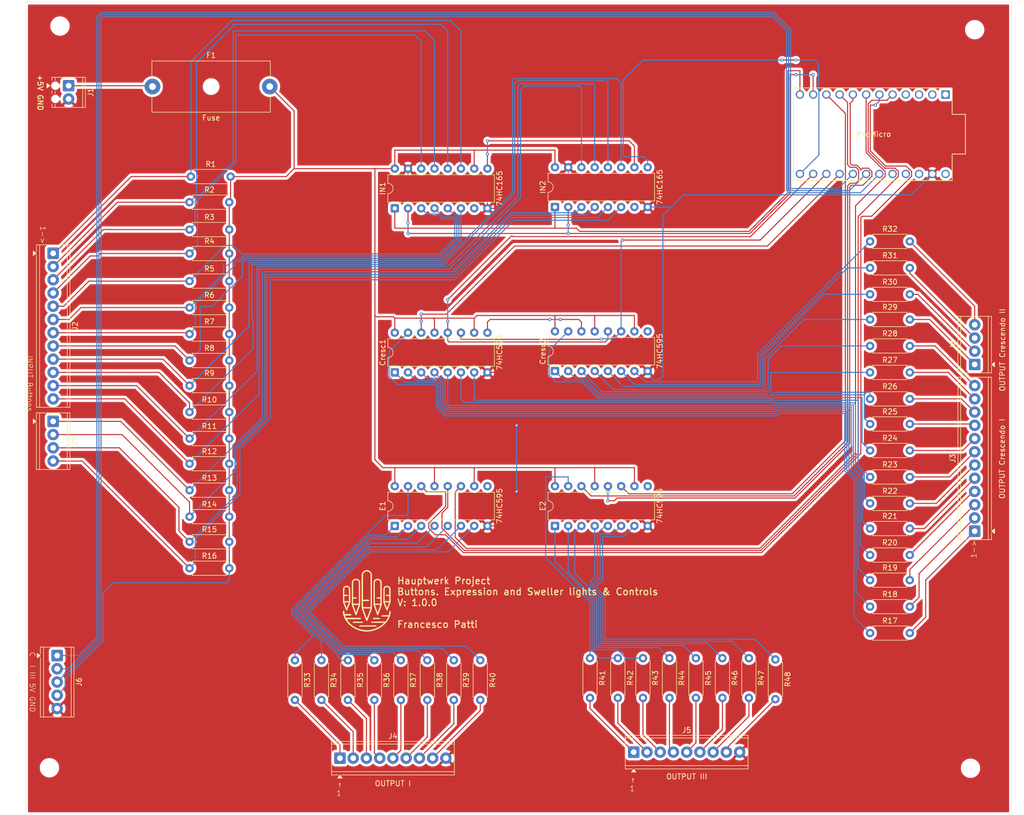
<source format=kicad_pcb>
(kicad_pcb (version 20241229) (generator "pcbnew") (generator_version "9.0")
  (title_block (title "Hauptwer_expression_and_buttons_pcb") (date "2025-08-02") (rev "1.0.0") (company "Francesco Patti"))
  (layers (0 "F.Cu" signal) (2 "B.Cu" signal) (13 "F.Paste" user) (15 "B.Paste" user) (5 "F.SilkS" user "F.Silkscreen") (7 "B.SilkS" user "B.Silkscreen") (1 "F.Mask" user) (3 "B.Mask" user) (25 "Edge.Cuts" user))
  (net 0 "")
  (net 1 "Net-(Cresc1-SER)")
  (net 2 "Net-(Cresc1-VCC)")
  (net 3 "Net-(Cresc1-SRCLK)")
  (net 4 "Net-(Cresc1-RCLK)")
  (net 5 "Net-(Cresc1-QD)")
  (net 6 "Net-(Cresc1-QC)")
  (net 7 "Net-(Cresc1-QH')")
  (net 8 "Net-(Cresc1-QE)")
  (net 9 "Net-(Cresc1-QF)")
  (net 10 "Net-(Cresc1-QG)")
  (net 11 "Net-(Cresc1-QB)")
  (net 12 "Net-(Cresc1-QA)")
  (net 13 "GND")
  (net 14 "Net-(Cresc1-QH)")
  (net 15 "Net-(Cresc2-QH)")
  (net 16 "Net-(Cresc2-QB)")
  (net 17 "Net-(Cresc2-QA)")
  (net 18 "Net-(Cresc2-QG)")
  (net 19 "Net-(Cresc2-QC)")
  (net 21 "Net-(Cresc2-QD)")
  (net 22 "Net-(Cresc2-QF)")
  (net 23 "Net-(Cresc2-QE)")
  (net 24 "+5V")
  (net 25 "Net-(IN1-D0)")
  (net 26 "Net-(IN1-CP)")
  (net 27 "Net-(IN1-D7)")
  (net 28 "Net-(IN1-D5)")
  (net 29 "Net-(IN1-D6)")
  (net 30 "Net-(IN1-D2)")
  (net 31 "Net-(IN1-D3)")
  (net 32 "Net-(IN1-D4)")
  (net 33 "Net-(IN1-~{PL})")
  (net 34 "Net-(IN1-D1)")
  (net 35 "Net-(IN2-D0)")
  (net 36 "Net-(IN2-D3)")
  (net 38 "Net-(IN2-D6)")
  (net 39 "Net-(IN2-D1)")
  (net 40 "Net-(IN2-D7)")
  (net 41 "Net-(IN2-D5)")
  (net 42 "Net-(IN2-D2)")
  (net 43 "Net-(IN2-Q7)")
  (net 44 "Net-(IN2-D4)")
  (net 45 "Net-(J3-Pin_12)")
  (net 46 "Net-(J3-Pin_8)")
  (net 47 "Net-(J3-Pin_9)")
  (net 48 "Net-(J3-Pin_11)")
  (net 49 "Net-(J3-Pin_5)")
  (net 50 "Net-(J3-Pin_6)")
  (net 51 "Net-(J3-Pin_1)")
  (net 52 "Net-(J3-Pin_7)")
  (net 53 "Net-(J8-Pin_1)")
  (net 54 "Net-(J8-Pin_2)")
  (net 55 "Net-(J3-Pin_10)")
  (net 56 "Net-(J3-Pin_3)")
  (net 57 "Net-(J8-Pin_3)")
  (net 58 "Net-(J8-Pin_4)")
  (net 59 "Net-(J3-Pin_4)")
  (net 60 "Net-(J3-Pin_2)")
  (net 61 "Net-(J4-Pin_6)")
  (net 62 "Net-(J4-Pin_2)")
  (net 63 "Net-(J4-Pin_4)")
  (net 64 "Net-(J4-Pin_1)")
  (net 65 "Net-(J4-Pin_3)")
  (net 66 "Net-(J4-Pin_5)")
  (net 67 "Net-(J5-Pin_1)")
  (net 68 "Net-(J5-Pin_3)")
  (net 69 "Net-(J5-Pin_4)")
  (net 70 "Net-(J5-Pin_5)")
  (net 71 "Net-(J5-Pin_6)")
  (net 72 "Net-(J5-Pin_2)")
  (net 73 "Net-(J6-Pin_3)")
  (net 74 "Net-(J6-Pin_1)")
  (net 75 "Net-(J6-Pin_2)")
  (net 76 "Net-(E1-QC)")
  (net 77 "Net-(E1-QG)")
  (net 79 "Net-(E1-QH)")
  (net 80 "Net-(E1-QD)")
  (net 81 "Net-(E1-QB)")
  (net 82 "Net-(J4-Pin_7)")
  (net 83 "Net-(E1-QF)")
  (net 84 "Net-(J4-Pin_8)")
  (net 85 "Net-(E1-QE)")
  (net 86 "Net-(E1-QA)")
  (net 87 "Net-(E2-QA)")
  (net 88 "Net-(E2-QD)")
  (net 89 "Net-(E2-QB)")
  (net 90 "Net-(E2-QG)")
  (net 91 "Net-(E2-SER)")
  (net 92 "Net-(J5-Pin_7)")
  (net 93 "Net-(E2-QH)")
  (net 94 "Net-(E2-QF)")
  (net 95 "Net-(J5-Pin_8)")
  (net 96 "Net-(E2-QE)")
  (net 97 "Net-(E2-RCLK)")
  (net 99 "Net-(E2-SRCLK)")
  (net 108 "Net-(E2-QC)")
  (net 109 "Net-(E1-RCLK)")
  (net 110 "Net-(E1-SER)")
  (net 111 "Net-(E1-SRCLK)")
  (net 113 "Net-(IN1-Q7)")
  (footprint "Fuse:Fuseholder_Cylinder-5x20mm_Schurter_0031_8201_Horizontal_Open" (layer "F.Cu") (at 56.642 41.148)
    (property "Reference" "F1")
    (property "Value" "Fuse")
  )
  (footprint "Resistor_THT:R_Axial_DIN0207_L6.3mm_D2.5mm_P7.62mm_Horizontal" (layer "F.Cu") (at 63.754 103.632)
    (property "Reference" "R10")
    (property "Value" "10k")
  )
  (footprint "Resistor_THT:R_Axial_DIN0207_L6.3mm_D2.5mm_P7.62mm_Horizontal" (layer "F.Cu") (at 194.31 110.998)
    (property "Reference" "R24")
    (property "Value" "220")
  )
  (footprint "Package_DIP:DIP-16_W7.62mm" (layer "F.Cu") (at 133.858 95.758 90)
    (property "Reference" "Cresc2")
    (property "Value" "74HC595")
  )
  (footprint "MountingHole:MountingHole_3.2mm_M3" (layer "F.Cu") (at 36.875 171.9)
    (property "Reference" "REF**")
    (property "Value" "MountingHole_3.2mm_M3")
  )
  (footprint "Resistor_THT:R_Axial_DIN0207_L6.3mm_D2.5mm_P7.62mm_Horizontal" (layer "F.Cu") (at 63.754 128.524)
    (property "Reference" "R15")
    (property "Value" "10k")
  )
  (footprint "Resistor_THT:R_Axial_DIN0207_L6.3mm_D2.5mm_P7.62mm_Horizontal" (layer "F.Cu") (at 155.82 150.865 -90)
    (property "Reference" "R44")
    (property "Value" "220")
  )
  (footprint "Resistor_THT:R_Axial_DIN0207_L6.3mm_D2.5mm_P7.62mm_Horizontal" (layer "F.Cu") (at 89.055 151.265 -90)
    (property "Reference" "R34")
    (property "Value" "220")
  )
  (footprint "TerminalBlock_Phoenix:TerminalBlock_Phoenix_MPT-0,5-9-2.54_1x09_P2.54mm_Horizontal" (layer "F.Cu") (at 148.962 168.899)
    (property "Reference" "J5")
    (property "Value" "OUTPUT III")
  )
  (footprint "TerminalBlock_Phoenix:TerminalBlock_Phoenix_MPT-0,5-12-2.54_1x12_P2.54mm_Horizontal" (layer "F.Cu") (at 214.376 126.492 90)
    (property "Reference" "J3")
    (property "Value" "OUTPUT Crescendo I")
  )
  (footprint "MountingHole:MountingHole_3.2mm_M3" (layer "F.Cu") (at 214.376 30.226)
    (property "Reference" "REF**")
    (property "Value" "MountingHole_3.2mm_M3")
  )
  (footprint "Resistor_THT:R_Axial_DIN0207_L6.3mm_D2.5mm_P7.62mm_Horizontal" (layer "F.Cu") (at 64.008 58.42)
    (property "Reference" "R1")
    (property "Value" "10k")
  )
  (footprint "TerminalBlock_Phoenix:TerminalBlock_Phoenix_MPT-0,5-4-2.54_1x04_P2.54mm_Horizontal" (layer "F.Cu") (at 214.376 94.488 90)
    (property "Reference" "J8")
    (property "Value" "OUTPUT Crescendo II")
  )
  (footprint "TerminalBlock_Phoenix:TerminalBlock_Phoenix_MPT-0,5-9-2.54_1x09_P2.54mm_Horizontal" (layer "F.Cu") (at 92.611 170.061)
    (property "Reference" "J4")
    (property "Value" "OUTPUT I")
  )
  (footprint "Resistor_THT:R_Axial_DIN0207_L6.3mm_D2.5mm_P7.62mm_Horizontal" (layer "F.Cu") (at 63.754 68.594)
    (property "Reference" "R3")
    (property "Value" "10k")
  )
  (footprint "Package_DIP:DIP-16_W7.62mm" (layer "F.Cu") (at 103.124 96.007 90)
    (property "Reference" "Cresc1")
    (property "Value" "74HC595")
  )
  (footprint "Resistor_THT:R_Axial_DIN0207_L6.3mm_D2.5mm_P7.62mm_Horizontal" (layer "F.Cu") (at 119.535 151.265 -90)
    (property "Reference" "R40")
    (property "Value" "220")
  )
  (footprint "Resistor_THT:R_Axial_DIN0207_L6.3mm_D2.5mm_P7.62mm_Horizontal" (layer "F.Cu") (at 194.31 135.89)
    (property "Reference" "R19")
    (property "Value" "220")
  )
  (footprint "Resistor_THT:R_Axial_DIN0207_L6.3mm_D2.5mm_P7.62mm_Horizontal" (layer "F.Cu") (at 176.14 151.119 -90)
    (property "Reference" "R48")
    (property "Value" "220")
  )
  (footprint "promicro:ProMicro-EnforcedTop" (layer "F.Cu") (at 194.818 50.292 180)
    (property "Reference" "U2" (hide yes))
    (property "Value" "ProMicro")
  )
  (footprint "Resistor_THT:R_Axial_DIN0207_L6.3mm_D2.5mm_P7.62mm_Horizontal" (layer "F.Cu") (at 194.31 105.918)
    (property "Reference" "R25")
    (property "Value" "220")
  )
  (footprint "Resistor_THT:R_Axial_DIN0207_L6.3mm_D2.5mm_P7.62mm_Horizontal" (layer "F.Cu") (at 194.31 125.984)
    (property "Reference" "R21")
    (property "Value" "220")
  )
  (footprint "Resistor_THT:R_Axial_DIN0207_L6.3mm_D2.5mm_P7.62mm_Horizontal" (layer "F.Cu") (at 94.135 151.265 -90)
    (property "Reference" "R35")
    (property "Value" "220")
  )
  (footprint "Resistor_THT:R_Axial_DIN0207_L6.3mm_D2.5mm_P7.62mm_Horizontal" (layer "F.Cu") (at 114.455 151.265 -90)
    (property "Reference" "R39")
    (property "Value" "220")
  )
  (footprint "Resistor_THT:R_Axial_DIN0207_L6.3mm_D2.5mm_P7.62mm_Horizontal" (layer "F.Cu") (at 194.31 116.078)
    (property "Reference" "R23")
    (property "Value" "220")
  )
  (footprint "Resistor_THT:R_Axial_DIN0207_L6.3mm_D2.5mm_P7.62mm_Horizontal" (layer "F.Cu") (at 194.31 70.866)
    (property "Reference" "R32")
    (property "Value" "220")
  )
  (footprint "Resistor_THT:R_Axial_DIN0207_L6.3mm_D2.5mm_P7.62mm_Horizontal" (layer "F.Cu") (at 104.295 151.265 -90)
    (property "Reference" "R37")
    (property "Value" "220")
  )
  (footprint "Package_DIP:DIP-16_W7.62mm" (layer "F.Cu") (at 103.124 64.516 90)
    (property "Reference" "IN1")
    (property "Value" "74HC165")
  )
  (footprint "Resistor_THT:R_Axial_DIN0207_L6.3mm_D2.5mm_P7.62mm_Horizontal" (layer "F.Cu") (at 194.31 75.946)
    (property "Reference" "R31")
    (property "Value" "220")
  )
  (footprint "Resistor_THT:R_Axial_DIN0207_L6.3mm_D2.5mm_P7.62mm_Horizontal" (layer "F.Cu") (at 165.98 150.865 -90)
    (property "Reference" "R46")
    (property "Value" "220")
  )
  (footprint "TerminalBlock_Phoenix:TerminalBlock_Phoenix_MPT-0,5-2-2.54_1x02_P2.54mm_Horizontal" (layer "F.Cu") (at 40.5575 40.98 -90)
    (property "Reference" "J1")
    (property "Value" "Alimentazione")
  )
  (footprint "Resistor_THT:R_Axial_DIN0207_L6.3mm_D2.5mm_P7.62mm_Horizontal" (layer "F.Cu") (at 63.754 108.712)
    (property "Reference" "R11")
    (property "Value" "10k")
  )
  (footprint "Package_DIP:DIP-16_W7.62mm" (layer "F.Cu") (at 133.858 64.262 90)
    (property "Reference" "IN2")
    (property "Value" "74HC165")
  )
  (footprint "Resistor_THT:R_Axial_DIN0207_L6.3mm_D2.5mm_P7.62mm_Horizontal" (layer "F.Cu") (at 63.754 78.486)
    (property "Reference" "R5")
    (property "Value" "10k")
  )
  (footprint "Resistor_THT:R_Axial_DIN0207_L6.3mm_D2.5mm_P7.62mm_Horizontal" (layer "F.Cu") (at 145.914 150.865 -90)
    (property "Reference" "R42")
    (property "Value" "220")
  )
  (footprint "Resistor_THT:R_Axial_DIN0207_L6.3mm_D2.5mm_P7.62mm_Horizontal" (layer "F.Cu") (at 171.06 150.865 -90)
    (property "Reference" "R47")
    (property "Value" "220")
  )
  (footprint "Resistor_THT:R_Axial_DIN0207_L6.3mm_D2.5mm_P7.62mm_Horizontal" (layer "F.Cu") (at 83.975 151.265 -90)
    (property "Reference" "R33")
    (property "Value" "220")
  )
  (footprint "Resistor_THT:R_Axial_DIN0207_L6.3mm_D2.5mm_P7.62mm_Horizontal" (layer "F.Cu") (at 194.31 140.97)
    (property "Reference" "R18")
    (property "Value" "220")
  )
  (footprint "Resistor_THT:R_Axial_DIN0207_L6.3mm_D2.5mm_P7.62mm_Horizontal" (layer "F.Cu") (at 63.754 133.604)
    (property "Reference" "R16")
    (property "Value" "10k")
  )
  (footprint "Resistor_THT:R_Axial_DIN0207_L6.3mm_D2.5mm_P7.62mm_Horizontal" (layer "F.Cu") (at 63.754 83.566)
    (property "Reference" "R6")
    (property "Value" "10k")
  )
  (footprint "Resistor_THT:R_Axial_DIN0207_L6.3mm_D2.5mm_P7.62mm_Horizontal" (layer "F.Cu") (at 63.754 88.646)
    (property "Reference" "R7")
    (property "Value" "10k")
  )
  (footprint "MountingHole:MountingHole_3.2mm_M3" (layer "F.Cu") (at 213.575 172)
    (property "Reference" "REF**")
    (property "Value" "MountingHole_3.2mm_M3")
  )
  (footprint "Resistor_THT:R_Axial_DIN0207_L6.3mm_D2.5mm_P7.62mm_Horizontal" (layer "F.Cu") (at 194.31 101.092)
    (property "Reference" "R26")
    (property "Value" "220")
  )
  (footprint "TerminalBlock_Phoenix:TerminalBlock_Phoenix_MPT-0,5-4-2.54_1x04_P2.54mm_Horizontal" (layer "F.Cu") (at 37.592 105.41 -90)
    (property "Reference" "J7")
    (property "Value" "Conn_01x04")
  )
  (footprint "Resistor_THT:R_Axial_DIN0207_L6.3mm_D2.5mm_P7.62mm_Horizontal" (layer "F.Cu") (at 194.31 81.026)
    (property "Reference" "R30")
    (property "Value" "220")
  )
  (footprint "Resistor_THT:R_Axial_DIN0207_L6.3mm_D2.5mm_P7.62mm_Horizontal" (layer "F.Cu") (at 63.754 113.538)
    (property "Reference" "R12")
    (property "Value" "10k")
  )
  (footprint "Resistor_THT:R_Axial_DIN0207_L6.3mm_D2.5mm_P7.62mm_Horizontal" (layer "F.Cu") (at 140.58 150.865 -90)
    (property "Reference" "R41")
    (property "Value" "220")
  )
  (footprint "Resistor_THT:R_Axial_DIN0207_L6.3mm_D2.5mm_P7.62mm_Horizontal" (layer "F.Cu") (at 63.754 98.552)
    (property "Reference" "R9")
    (property "Value" "10k")
  )
  (footprint "TerminalBlock_Phoenix:TerminalBlock_Phoenix_MPT-0,5-12-2.54_1x12_P2.54mm_Horizontal" (layer "F.Cu") (at 37.592 73.152 -90)
    (property "Reference" "J2")
    (property "Value" "Conn_01x12")
  )
  (footprint "Resistor_THT:R_Axial_DIN0207_L6.3mm_D2.5mm_P7.62mm_Horizontal" (layer "F.Cu") (at 63.754 118.618)
    (property "Reference" "R13")
    (property "Value" "10k")
  )
  (footprint "Package_DIP:DIP-16_W7.62mm" (layer "F.Cu") (at 103.124 125.476 90)
    (property "Reference" "E1")
    (property "Value" "74HC595")
  )
  (footprint "Resistor_THT:R_Axial_DIN0207_L6.3mm_D2.5mm_P7.62mm_Horizontal" (layer "F.Cu") (at 194.31 121.158)
    (property "Reference" "R22")
    (property "Value" "220")
  )
  (footprint "logo_lib:logo_serigrafia" (layer "F.Cu") (at 97.774566 139.899593)
    (property "Reference" "G***" (hide yes))
    (property "Value" "LOGO" (hide yes))
  )
  (footprint "Resistor_THT:R_Axial_DIN0207_L6.3mm_D2.5mm_P7.62mm_Horizontal" (layer "F.Cu") (at 194.31 146.05)
    (property "Reference" "R17")
    (property "Value" "220")
  )
  (footprint "Resistor_THT:R_Axial_DIN0207_L6.3mm_D2.5mm_P7.62mm_Horizontal" (layer "F.Cu") (at 63.754 123.698)
    (property "Reference" "R14")
    (property "Value" "10k")
  )
  (footprint "Resistor_THT:R_Axial_DIN0207_L6.3mm_D2.5mm_P7.62mm_Horizontal" (layer "F.Cu") (at 99.215 151.265 -90)
    (property "Reference" "R36")
    (property "Value" "220")
  )
  (footprint "Resistor_THT:R_Axial_DIN0207_L6.3mm_D2.5mm_P7.62mm_Horizontal" (layer "F.Cu") (at 109.375 151.265 -90)
    (property "Reference" "R38")
    (property "Value" "220")
  )
  (footprint "MountingHole:MountingHole_3.2mm_M3" (layer "F.Cu") (at 38.9 29.525)
    (property "Reference" "REF**")
    (property "Value" "MountingHole_3.2mm_M3")
  )
  (footprint "Resistor_THT:R_Axial_DIN0207_L6.3mm_D2.5mm_P7.62mm_Horizontal" (layer "F.Cu") (at 194.31 85.852)
    (property "Reference" "R29")
    (property "Value" "220")
  )
  (footprint "Resistor_THT:R_Axial_DIN0207_L6.3mm_D2.5mm_P7.62mm_Horizontal" (layer "F.Cu") (at 63.754 93.726)
    (property "Reference" "R8")
    (property "Value" "10k")
  )
  (footprint "Resistor_THT:R_Axial_DIN0207_L6.3mm_D2.5mm_P7.62mm_Horizontal" (layer "F.Cu") (at 194.31 96.012)
    (property "Reference" "R27")
    (property "Value" "220")
  )
  (footprint "Resistor_THT:R_Axial_DIN0207_L6.3mm_D2.5mm_P7.62mm_Horizontal" (layer "F.Cu") (at 194.31 90.932)
    (property "Reference" "R28")
    (property "Value" "220")
  )
  (footprint "TerminalBlock_Phoenix:TerminalBlock_Phoenix_MPT-0,5-5-2.54_1x05_P2.54mm_Horizontal" (layer "F.Cu") (at 38.354 150.368 -90)
    (property "Reference" "J6")
    (property "Value" "INPUT C-I-III")
  )
  (footprint "Package_DIP:DIP-16_W7.62mm" (layer "F.Cu") (at 133.858 125.476 90)
    (property "Reference" "E2")
    (property "Value" "74HC595")
  )
  (footprint "Resistor_THT:R_Axial_DIN0207_L6.3mm_D2.5mm_P7.62mm_Horizontal" (layer "F.Cu") (at 160.9 150.865 -90)
    (property "Reference" "R45")
    (property "Value" "220")
  )
  (footprint "Resistor_THT:R_Axial_DIN0207_L6.3mm_D2.5mm_P7.62mm_Horizontal" (layer "F.Cu") (at 63.754 63.344)
    (property "Reference" "R2")
    (property "Value" "10k")
  )
  (footprint "Resistor_THT:R_Axial_DIN0207_L6.3mm_D2.5mm_P7.62mm_Horizontal" (layer "F.Cu") (at 150.74 150.865 -90)
    (property "Reference" "R43")
    (property "Value" "220")
  )
  (footprint "Resistor_THT:R_Axial_DIN0207_L6.3mm_D2.5mm_P7.62mm_Horizontal" (layer "F.Cu") (at 194.31 131.064)
    (property "Reference" "R20")
    (property "Value" "220")
  )
  (footprint "Resistor_THT:R_Axial_DIN0207_L6.3mm_D2.5mm_P7.62mm_Horizontal" (layer "F.Cu") (at 63.754 73.194)
    (property "Reference" "R4")
    (property "Value" "10k")
  )
  (gr_rect (start 32.258 24.892) (end 221.475 180.95) (stroke (width 0.05)) (fill no) (layer "Edge.Cuts"))
  (gr_text "C  I III 5V GND\n" (at 33.02 149.606 270) (layer "F.SilkS") (effects (font (size 1 1) (thickness 0.1)) (justify left bottom)))
  (gr_text "+5V GND" (at 34.525 38.75 270) (layer "F.SilkS") (effects (font (size 1 1) (thickness 0.1875)) (justify left bottom)))
  (gr_text "Hauptwerk Project\nButtons. Expression and Sweller lights & Controls\nV: 1.0.0\n\nFrancesco Patti" (at 103.475 145.15 0) (layer "F.SilkS") (effects (font (size 1.3 1.3) (thickness 0.2)) (justify left bottom)))
  (gr_text "INPUT Buttons " (at 32.512 92.71 270) (layer "F.SilkS") (effects (font (size 1 1) (thickness 0.1)) (justify left bottom)))
  (gr_text "↑\n1" (at 91.875 177.375 0) (layer "F.SilkS") (effects (font (size 1 1) (thickness 0.1)) (justify left bottom)))
  (gr_text "↑\n1" (at 148.125 176.475 0) (layer "F.SilkS") (effects (font (size 1 1) (thickness 0.1)) (justify left bottom)))
  (gr_text "1->" (at 35.025 67.85 270) (layer "F.SilkS") (effects (font (size 1 1) (thickness 0.1)) (justify left bottom)))
  (gr_text "1->" (at 214.8 131.725 90) (layer "F.SilkS") (effects (font (size 1 1) (thickness 0.1)) (justify left bottom)))
  (segment (start 113.03 84.836) (end 126.111 71.755) (width 0.2) (layer "F.Cu") (net 1))
  (segment (start 108.204 88.387) (end 108.204 86.198) (width 0.2) (layer "F.Cu") (net 1))
  (segment (start 174.625 71.755) (end 188.468 57.912) (width 0.2) (layer "F.Cu") (net 1))
  (segment (start 108.204 84.836) (end 113.03 84.836) (width 0.2) (layer "F.Cu") (net 1))
  (segment (start 126.111 71.755) (end 174.625 71.755) (width 0.2) (layer "F.Cu") (net 1))
  (via (at 108.204 84.836) (size 0.6) (drill 0.3) (layers "F.Cu" "B.Cu") (net 1))
  (via (at 108.204 86.198) (size 0.6) (drill 0.3) (layers "F.Cu" "B.Cu") (net 1))
  (segment (start 108.204 86.198) (end 108.204 84.836) (width 0.2) (layer "B.Cu") (net 1))
  (segment (start 83.82 45.826) (end 83.82 56.896) (width 0.2) (layer "F.Cu") (net 2))
  (segment (start 118.872 85.09) (end 133.858 85.09) (width 0.2) (layer "F.Cu") (net 2))
  (segment (start 99.314 56.896) (end 103.124 56.896) (width 0.2) (layer "F.Cu") (net 2))
  (segment (start 71.374 103.632) (end 71.374 98.552) (width 0.2) (layer "F.Cu") (net 2))
  (segment (start 99.568 85.344) (end 102.87 85.344) (width 0.2) (layer "F.Cu") (net 2))
  (segment (start 118.364 53.34) (end 133.858 53.34) (width 0.2) (layer "F.Cu") (net 2))
  (segment (start 133.604 114.3) (end 133.858 114.3) (width 0.2) (layer "F.Cu") (net 2))
  (segment (start 71.628 58.42) (end 71.628 63.09) (width 0.2) (layer "F.Cu") (net 2))
  (segment (start 71.374 128.524) (end 71.374 123.698) (width 0.2) (layer "F.Cu") (net 2))
  (segment (start 71.374 73.194) (end 71.374 68.594) (width 0.2) (layer "F.Cu") (net 2))
  (segment (start 110.744 114.3) (end 110.744 117.856) (width 0.2) (layer "F.Cu") (net 2))
  (segment (start 110.744 114.3) (end 118.364 114.3) (width 0.2) (layer "F.Cu") (net 2))
  (segment (start 83.82 56.896) (end 82.296 58.42) (width 0.2) (layer "F.Cu") (net 2))
  (segment (start 71.374 113.538) (end 71.374 108.712) (width 0.2) (layer "F.Cu") (net 2))
  (segment (start 118.364 114.3) (end 133.604 114.3) (width 0.2) (layer "F.Cu") (net 2))
  (segment (start 99.314 112.776) (end 100.838 114.3) (width 0.2) (layer "F.Cu") (net 2))
  (segment (start 118.364 56.896) (end 118.364 53.34) (width 0.2) (layer "F.Cu") (net 2))
  (segment (start 141.478 85.09) (end 149.098 85.09) (width 0.2) (layer "F.Cu") (net 2))
  (segment (start 71.374 88.646) (end 71.374 83.566) (width 0.2) (layer "F.Cu") (net 2))
  (segment (start 71.374 118.618) (end 71.374 113.538) (width 0.2) (layer "F.Cu") (net 2))
  (segment (start 71.374 108.712) (end 71.374 103.632) (width 0.2) (layer "F.Cu") (net 2))
  (segment (start 99.314 85.09) (end 99.314 112.776) (width 0.2) (layer "F.Cu") (net 2))
  (segment (start 99.314 85.09) (end 99.568 85.344) (width 0.2) (layer "F.Cu") (net 2))
  (segment (start 82.296 58.42) (end 71.628 58.42) (width 0.2) (layer "F.Cu") (net 2))
  (segment (start 118.364 85.598) (end 118.872 85.09) (width 0.2) (layer "F.Cu") (net 2))
  (segment (start 71.374 93.726) (end 71.374 88.646) (width 0.2) (layer "F.Cu") (net 2))
  (segment (start 110.744 85.852) (end 110.744 88.387) (width 0.2) (layer "F.Cu") (net 2))
  (segment (start 102.87 85.344) (end 103.124 85.598) (width 0.2) (layer "F.Cu") (net 2))
  (segment (start 133.858 115.062) (end 133.858 114.3) (width 0.2) (layer "F.Cu") (net 2))
  (segment (start 71.374 68.594) (end 71.374 63.344) (width 0.2) (layer "F.Cu") (net 2))
  (segment (start 133.858 115.062) (end 133.858 117.856) (width 0.2) (layer "F.Cu") (net 2))
  (segment (start 118.364 85.598) (end 118.364 88.387) (width 0.2) (layer "F.Cu") (net 2))
  (segment (start 71.374 83.566) (end 71.374 78.486) (width 0.2) (layer "F.Cu") (net 2))
  (segment (start 141.478 114.3) (end 141.478 117.856) (width 0.2) (layer "F.Cu") (net 2))
  (segment (start 71.374 78.486) (end 71.374 73.194) (width 0.2) (layer "F.Cu") (net 2))
  (segment (start 103.124 85.598) (end 110.49 85.598) (width 0.2) (layer "F.Cu") (net 2))
  (segment (start 83.82 56.896) (end 99.314 56.896) (width 0.2) (layer "F.Cu") (net 2))
  (segment (start 141.478 114.3) (end 149.098 114.3) (width 0.2) (layer "F.Cu") (net 2))
  (segment (start 118.364 53.34) (end 103.124 53.34) (width 0.2) (layer "F.Cu") (net 2))
  (segment (start 141.478 88.138) (end 141.478 85.09) (width 0.2) (layer "F.Cu") (net 2))
  (segment (start 71.374 133.604) (end 71.374 128.524) (width 0.2) (layer "F.Cu") (net 2))
  (segment (start 133.858 114.3) (end 141.478 114.3) (width 0.2) (layer "F.Cu") (net 2))
  (segment (start 71.374 98.552) (end 71.374 93.726) (width 0.2) (layer "F.Cu") (net 2))
  (segment (start 110.49 85.598) (end 118.364 85.598) (width 0.2) (layer "F.Cu") (net 2))
  (segment (start 100.838 114.3) (end 103.124 114.3) (width 0.2) (layer "F.Cu") (net 2))
  (segment (start 118.364 114.3) (end 118.364 117.856) (width 0.2) (layer "F.Cu") (net 2))
  (segment (start 133.858 53.34) (end 133.858 56.642) (width 0.2) (layer "F.Cu") (net 2))
  (segment (start 149.098 114.3) (end 149.098 117.856) (width 0.2) (layer "F.Cu") (net 2))
  (segment (start 149.098 85.09) (end 149.098 88.138) (width 0.2) (layer "F.Cu") (net 2))
  (segment (start 133.858 85.09) (end 133.858 88.138) (width 0.2) (layer "F.Cu") (net 2))
  (segment (start 71.374 123.698) (end 71.374 118.618) (width 0.2) (layer "F.Cu") (net 2))
  (segment (start 71.628 63.09) (end 71.374 63.344) (width 0.2) (layer "F.Cu") (net 2))
  (segment (start 141.478 85.09) (end 133.858 85.09) (width 0.2) (layer "F.Cu") (net 2))
  (segment (start 110.49 85.598) (end 110.744 85.852) (width 0.2) (layer "F.Cu") (net 2))
  (segment (start 79.142 41.148) (end 83.82 45.826) (width 0.2) (layer "F.Cu") (net 2))
  (segment (start 103.124 85.598) (end 103.124 88.387) (width 0.2) (layer "F.Cu") (net 2))
  (segment (start 103.124 114.3) (end 103.124 117.856) (width 0.2) (layer "F.Cu") (net 2))
  (segment (start 103.124 114.3) (end 110.744 114.3) (width 0.2) (layer "F.Cu") (net 2))
  (segment (start 99.314 56.896) (end 99.314 85.09) (width 0.2) (layer "F.Cu") (net 2))
  (segment (start 103.124 53.34) (end 103.124 56.896) (width 0.2) (layer "F.Cu") (net 2))
  (segment (start 39.878 154.873) (end 39.878 156.464) (width 0.2) (layer "B.Cu") (net 2))
  (segment (start 71.374 133.604) (end 71.374 135.89) (width 0.2) (layer "B.Cu") (net 2))
  (segment (start 71.374 135.89) (end 70.866 136.398) (width 0.2) (layer "B.Cu") (net 2))
  (segment (start 47.177 147.574) (end 39.878 154.873) (width 0.2) (layer "B.Cu") (net 2))
  (segment (start 49.022 136.398) (end 47.177 138.243) (width 0.2) (layer "B.Cu") (net 2))
  (segment (start 70.866 136.398) (end 49.022 136.398) (width 0.2) (layer "B.Cu") (net 2))
  (segment (start 47.177 138.243) (end 47.177 147.574) (width 0.2) (layer "B.Cu") (net 2))
  (segment (start 39.878 156.464) (end 38.354 157.988) (width 0.2) (layer "B.Cu") (net 2))
  (segment (start 115.824 89.662) (end 142.656 89.662) (width 0.2) (layer "F.Cu") (net 3))
  (segment (start 173.228 70.612) (end 146.812 70.612) (width 0.2) (layer "F.Cu") (net 3))
  (segment (start 185.928 57.912) (end 173.228 70.612) (width 0.2) (layer "F.Cu") (net 3))
  (segment (start 115.824 88.387) (end 115.824 89.662) (width 0.2) (layer "F.Cu") (net 3))
  (segment (start 142.656 89.662) (end 142.748 89.57) (width 0.2) (layer "F.Cu") (net 3))
  (via (at 146.812 70.612) (size 0.6) (drill 0.3) (layers "F.Cu" "B.Cu") (net 3))
  (via (at 142.748 89.57) (size 0.6) (drill 0.3) (layers "F.Cu" "B.Cu") (net 3))
  (segment (start 145.126 89.57) (end 146.558 88.138) (width 0.2) (layer "B.Cu") (net 3))
  (segment (start 146.812 70.612) (end 146.558 70.866) (width 0.2) (layer "B.Cu") (net 3))
  (segment (start 146.558 70.866) (end 146.558 88.138) (width 0.2) (layer "B.Cu") (net 3))
  (segment (start 142.748 89.57) (end 145.126 89.57) (width 0.2) (layer "B.Cu") (net 3))
  (segment (start 125.73 69.85) (end 125.823 69.943) (width 0.2) (layer "F.Cu") (net 4))
  (segment (start 144.018 89.662) (end 144.018 88.138) (width 0.2) (layer "F.Cu") (net 4))
  (segment (start 113.284 89.916) (end 113.538 90.17) (width 0.2) (layer "F.Cu") (net 4))
  (segment (start 113.284 88.387) (end 113.284 89.916) (width 0.2) (layer "F.Cu") (net 4))
  (segment (start 113.284 88.387) (end 113.284 86.198) (width 0.2) (layer "F.Cu") (net 4))
  (segment (start 113.284 82.042) (end 125.476 69.85) (width 0.2) (layer "F.Cu") (net 4))
  (segment (start 125.823 69.943) (end 171.357 69.943) (width 0.2) (layer "F.Cu") (net 4))
  (segment (start 125.476 69.85) (end 125.73 69.85) (width 0.2) (layer "F.Cu") (net 4))
  (segment (start 143.51 90.17) (end 144.018 89.662) (width 0.2) (layer "F.Cu") (net 4))
  (segment (start 171.357 69.943) (end 183.388 57.912) (width 0.2) (layer "F.Cu") (net 4))
  (segment (start 113.538 90.17) (end 143.51 90.17) (width 0.2) (layer "F.Cu") (net 4))
  (via (at 113.284 82.042) (size 0.6) (drill 0.3) (layers "F.Cu" "B.Cu") (net 4))
  (via (at 113.284 86.198) (size 0.6) (drill 0.3) (layers "F.Cu" "B.Cu") (net 4))
  (segment (start 113.284 86.198) (end 113.284 82.042) (width 0.2) (layer "B.Cu") (net 4))
  (segment (start 111.20005 97.108) (end 111.238975 97.069075) (width 0.2) (layer "B.Cu") (net 5))
  (segment (start 192.407 129.161) (end 194.31 131.064) (width 0.2) (layer "B.Cu") (net 5))
  (segment (start 176.4421 102.656) (end 190.70445 102.656) (width 0.2) (layer "B.Cu") (net 5))
  (segment (start 190.70445 102.656) (end 190.70445 114.37545) (width 0.2) (layer "B.Cu") (net 5))
  (segment (start 112.375 97.79) (end 112.375 102.3332) (width 0.2) (layer "B.Cu") (net 5))
  (segment (start 175.9341 103.164) (end 176.4421 102.656) (width 0.2) (layer "B.Cu") (net 5))
  (segment (start 109.305 97.108) (end 111.20005 97.108) (width 0.2) (layer "B.Cu") (net 5))
  (segment (start 111.9599 97.79) (end 112.375 97.79) (width 0.2) (layer "B.Cu") (net 5))
  (segment (start 190.70445 114.37545) (end 192.407 116.078) (width 0.2) (layer "B.Cu") (net 5))
  (segment (start 192.407 116.078) (end 192.407 129.161) (width 0.2) (layer "B.Cu") (net 5))
  (segment (start 108.204 96.007) (end 109.305 97.108) (width 0.2) (layer "B.Cu") (net 5))
  (segment (start 112.375 102.3332) (end 113.2058 103.164) (width 0.2) (layer "B.Cu") (net 5))
  (segment (start 111.238975 97.069075) (end 111.9599 97.79) (width 0.2) (layer "B.Cu") (net 5))
  (segment (start 113.2058 103.164) (end 175.9341 103.164) (width 0.2) (layer "B.Cu") (net 5))
  (segment (start 194.31 135.89) (end 192.006 133.586) (width 0.2) (layer "B.Cu") (net 6))
  (segment (start 110.998 97.536) (end 107.193 97.536) (width 0.2) (layer "B.Cu") (net 6))
  (segment (start 107.193 97.536) (end 105.664 96.007) (width 0.2) (layer "B.Cu") (net 6))
  (segment (start 111.653 98.191) (end 110.998 97.536) (width 0.2) (layer "B.Cu") (net 6))
  (segment (start 190.179 103.057) (end 176.6082 103.057) (width 0.2) (layer "B.Cu") (net 6))
  (segment (start 192.006 133.586) (end 192.006 116.314) (width 0.2) (layer "B.Cu") (net 6))
  (segment (start 192.006 116.314) (end 190.246 114.554) (width 0.2) (layer "B.Cu") (net 6))
  (segment (start 111.974 98.191) (end 111.653 98.191) (width 0.2) (layer "B.Cu") (net 6))
  (segment (start 190.246 103.124) (end 190.179 103.057) (width 0.2) (layer "B.Cu") (net 6))
  (segment (start 111.974 102.4993) (end 111.974 98.191) (width 0.2) (layer "B.Cu") (net 6))
  (segment (start 190.246 114.554) (end 190.246 103.124) (width 0.2) (layer "B.Cu") (net 6))
  (segment (start 176.1002 103.565) (end 113.0397 103.565) (width 0.2) (layer "B.Cu") (net 6))
  (segment (start 113.0397 103.565) (end 111.974 102.4993) (width 0.2) (layer "B.Cu") (net 6))
  (segment (start 176.6082 103.057) (end 176.1002 103.565) (width 0.2) (layer "B.Cu") (net 6))
  (segment (start 120.904 86.36) (end 121.412 85.852) (width 0.2) (layer "F.Cu") (net 7))
  (segment (start 121.412 85.852) (end 132.842 85.852) (width 0.2) (layer "F.Cu") (net 7))
  (segment (start 120.904 88.387) (end 120.904 86.36) (width 0.2) (layer "F.Cu") (net 7))
  (segment (start 138.938 86.36) (end 138.938 88.138) (width 0.2) (layer "F.Cu") (net 7))
  (segment (start 134.874 85.852) (end 138.43 85.852) (width 0.2) (layer "F.Cu") (net 7))
  (segment (start 138.43 85.852) (end 138.938 86.36) (width 0.2) (layer "F.Cu") (net 7))
  (via (at 134.874 85.852) (size 0.6) (drill 0.3) (layers "F.Cu" "B.Cu") (net 7))
  (via (at 132.842 85.852) (size 0.6) (drill 0.3) (layers "F.Cu" "B.Cu") (net 7))
  (segment (start 132.842 85.852) (end 134.874 85.852) (width 0.2) (layer "B.Cu") (net 7))
  (segment (start 112.776 102.1671) (end 113.3719 102.763) (width 0.2) (layer "B.Cu") (net 8))
  (segment (start 175.768 102.763) (end 176.276 102.255) (width 0.2) (layer "B.Cu") (net 8))
  (segment (start 110.744 96.007) (end 112.019 97.282) (width 0.2) (layer "B.Cu") (net 8))
  (segment (start 112.776 97.282) (end 112.776 102.1671) (width 0.2) (layer "B.Cu") (net 8))
  (segment (start 192.808 115.824) (end 192.808 124.482) (width 0.2) (layer "B.Cu") (net 8))
  (segment (start 191.10545 102.26455) (end 191.10545 114.12145) (width 0.2) (layer "B.Cu") (net 8))
  (segment (start 192.808 124.482) (end 194.31 125.984) (width 0.2) (layer "B.Cu") (net 8))
  (segment (start 191.10545 114.12145) (end 192.808 115.824) (width 0.2) (layer "B.Cu") (net 8))
  (segment (start 112.019 97.282) (end 112.776 97.282) (width 0.2) (layer "B.Cu") (net 8))
  (segment (start 191.0959 102.255) (end 191.10545 102.26455) (width 0.2) (layer "B.Cu") (net 8))
  (segment (start 113.3719 102.763) (end 175.768 102.763) (width 0.2) (layer "B.Cu") (net 8))
  (segment (start 176.276 102.255) (end 191.0959 102.255) (width 0.2) (layer "B.Cu") (net 8))
  (segment (start 191.516 113.8511) (end 193.247925 115.583025) (width 0.2) (layer "B.Cu") (net 9))
  (segment (start 176.022 101.854) (end 191.262 101.854) (width 0.2) (layer "B.Cu") (net 9))
  (segment (start 113.284 96.007) (end 113.284 102.108) (width 0.2) (layer "B.Cu") (net 9))
  (segment (start 113.538 102.362) (end 175.514 102.362) (width 0.2) (layer "B.Cu") (net 9))
  (segment (start 191.516 102.108) (end 191.516 113.8511) (width 0.2) (layer "B.Cu") (net 9))
  (segment (start 191.262 101.854) (end 191.516 102.108) (width 0.2) (layer "B.Cu") (net 9))
  (segment (start 175.514 102.362) (end 176.022 101.854) (width 0.2) (layer "B.Cu") (net 9))
  (segment (start 193.209 120.057) (end 194.31 121.158) (width 0.2) (layer "B.Cu") (net 9))
  (segment (start 113.284 102.108) (end 113.538 102.362) (width 0.2) (layer "B.Cu") (net 9))
  (segment (start 193.247925 115.583025) (end 193.209 115.62195) (width 0.2) (layer "B.Cu") (net 9))
  (segment (start 193.209 115.62195) (end 193.209 120.057) (width 0.2) (layer "B.Cu") (net 9))
  (segment (start 175.9453 101.346) (end 175.5443 101.747) (width 0.2) (layer "B.Cu") (net 10))
  (segment (start 192.024 101.346) (end 175.9453 101.346) (width 0.2) (layer "B.Cu") (net 10))
  (segment (start 194.31 116.078) (end 192.024 113.792) (width 0.2) (layer "B.Cu") (net 10))
  (segment (start 115.824 101.092) (end 115.824 96.007) (width 0.2) (layer "B.Cu") (net 10))
  (segment (start 175.5443 101.747) (end 116.479 101.747) (width 0.2) (layer "B.Cu") (net 10))
  (segment (start 116.479 101.747) (end 115.824 101.092) (width 0.2) (layer "B.Cu") (net 10))
  (segment (start 192.024 113.792) (end 192.024 101.346) (width 0.2) (layer "B.Cu") (net 10))
  (segment (start 189.845 103.458) (end 189.845 114.7201) (width 0.2) (layer "B.Cu") (net 11))
  (segment (start 111.4869 98.592) (end 111.573 98.592) (width 0.2) (layer "B.Cu") (net 11))
  (segment (start 191.605 138.265) (end 194.31 140.97) (width 0.2) (layer "B.Cu") (net 11))
  (segment (start 111.573 102.6654) (end 112.8736 103.966) (width 0.2) (layer "B.Cu") (net 11))
  (segment (start 110.8319 97.937) (end 111.4869 98.592) (width 0.2) (layer "B.Cu") (net 11))
  (segment (start 189.845 114.7201) (end 191.605 116.4801) (width 0.2) (layer "B.Cu") (net 11))
  (segment (start 111.573 98.592) (end 111.573 102.6654) (width 0.2) (layer "B.Cu") (net 11))
  (segment (start 112.8736 103.966) (end 176.276 103.966) (width 0.2) (layer "B.Cu") (net 11))
  (segment (start 105.054 97.937) (end 110.8319 97.937) (width 0.2) (layer "B.Cu") (net 11))
  (segment (start 103.124 96.007) (end 105.054 97.937) (width 0.2) (layer "B.Cu") (net 11))
  (segment (start 176.784 103.458) (end 189.845 103.458) (width 0.2) (layer "B.Cu") (net 11))
  (segment (start 191.605 116.4801) (end 191.605 138.265) (width 0.2) (layer "B.Cu") (net 11))
  (segment (start 176.276 103.966) (end 176.784 103.458) (width 0.2) (layer "B.Cu") (net 11))
  (segment (start 176.9501 103.859) (end 176.4421 104.367) (width 0.2) (layer "B.Cu") (net 12))
  (segment (start 102.023 92.028) (end 105.664 88.387) (width 0.2) (layer "B.Cu") (net 12))
  (segment (start 111.172 102.8315) (end 111.172 98.8442) (width 0.2) (layer "B.Cu") (net 12))
  (segment (start 110.6658 98.338) (end 103.56884 98.338) (width 0.2) (layer "B.Cu") (net 12))
  (segment (start 194.31 146.05) (end 191.204 142.944) (width 0.2) (layer "B.Cu") (net 12))
  (segment (start 112.7075 104.367) (end 111.172 102.8315) (width 0.2) (layer "B.Cu") (net 12))
  (segment (start 189.417 103.859) (end 176.9501 103.859) (width 0.2) (layer "B.Cu") (net 12))
  (segment (start 191.204 116.6462) (end 189.444 114.8862) (width 0.2) (layer "B.Cu") (net 12))
  (segment (start 102.023 96.79216) (end 102.023 92.028) (width 0.2) (layer "B.Cu") (net 12))
  (segment (start 103.56884 98.338) (end 102.023 96.79216) (width 0.2) (layer "B.Cu") (net 12))
  (segment (start 189.444 103.886) (end 189.417 103.859) (width 0.2) (layer "B.Cu") (net 12))
  (segment (start 189.444 114.8862) (end 189.444 103.886) (width 0.2) (layer "B.Cu") (net 12))
  (segment (start 176.4421 104.367) (end 112.7075 104.367) (width 0.2) (layer "B.Cu") (net 12))
  (segment (start 191.204 142.944) (end 191.204 116.6462) (width 0.2) (layer "B.Cu") (net 12))
  (segment (start 111.172 98.8442) (end 110.6658 98.338) (width 0.2) (layer "B.Cu") (net 12))
  (segment (start 120.904 61.429) (end 120.904 64.516) (width 0.2) (layer "F.Cu") (net 13))
  (segment (start 105.664 56.896) (end 105.664 58.739) (width 0.2) (layer "F.Cu") (net 13))
  (segment (start 120.904 64.516) (end 130.409 64.516) (width 0.2) (layer "F.Cu") (net 13))
  (segment (start 132.725 62.2) (end 135.323 62.2) (width 0.2) (layer "F.Cu") (net 13))
  (segment (start 125.222 125.476) (end 126.492 124.206) (width 0.2) (layer "F.Cu") (net 13))
  (segment (start 126.492 99.822) (end 126.492 106.172) (width 0.2) (layer "F.Cu") (net 13))
  (segment (start 106.675 59.75) (end 119.225 59.75) (width 0.2) (layer "F.Cu") (net 13))
  (segment (start 126.492 124.206) (end 126.492 118.872) (width 0.2) (layer "F.Cu") (net 13))
  (segment (start 119.225 59.75) (end 120.904 61.429) (width 0.2) (layer "F.Cu") (net 13))
  (segment (start 136.398 61.125) (end 136.398 56.642) (width 0.2) (layer "F.Cu") (net 13))
  (segment (start 105.664 58.739) (end 106.675 59.75) (width 0.2) (layer "F.Cu") (net 13))
  (segment (start 120.904 96.007) (end 122.677 96.007) (width 0.2) (layer "F.Cu") (net 13))
  (segment (start 135.323 62.2) (end 136.398 61.125) (width 0.2) (layer "F.Cu") (net 13))
  (segment (start 122.677 96.007) (end 126.492 99.822) (width 0.2) (layer "F.Cu") (net 13))
  (segment (start 120.904 64.516) (end 119.126 66.294) (width 0.2) (layer "F.Cu") (net 13))
  (segment (start 120.904 125.476) (end 125.222 125.476) (width 0.2) (layer "F.Cu") (net 13))
  (segment (start 130.409 64.516) (end 132.725 62.2) (width 0.2) (layer "F.Cu") (net 13))
  (segment (start 39.4565 46.228) (end 39.4515 46.223) (width 0.2) (layer "F.Cu") (net 13))
  (via (at 126.492 118.872) (size 0.6) (drill 0.3) (layers "F.Cu" "B.Cu") (net 13))
  (via (at 126.492 106.172) (size 0.6) (drill 0.3) (layers "F.Cu" "B.Cu") (net 13))
  (segment (start 158.525 61.925) (end 156.188 64.262) (width 0.2) (layer "B.Cu") (net 13))
  (segment (start 153.925 97.389) (end 152.55 97.389) (width 0.2) (layer "B.Cu") (net 13))
  (segment (start 154.561 65.889) (end 154.561 96.753) (width 0.2) (layer "B.Cu") (net 13))
  (segment (start 152.225 96.345) (end 151.638 95.758) (width 0.2) (layer "B.Cu") (net 13))
  (segment (start 154.561 96.753) (end 153.925 97.389) (width 0.2) (layer "B.Cu") (net 13))
  (segment (start 126.492 118.872) (end 126.492 106.172) (width 0.2) (layer "B.Cu") (net 13))
  (segment (start 152.225 97.075) (end 152.225 96.345) (width 0.2) (layer "B.Cu") (net 13))
  (segment (start 202.235 61.925) (end 158.525 61.925) (width 0.2) (layer "B.Cu") (net 13))
  (segment (start 156.188 64.262) (end 154.561 65.889) (width 0.2) (layer "B.Cu") (net 13))
  (segment (start 152.225 97.075) (end 152.236 97.075) (width 0.2) (layer "B.Cu") (net 13))
  (segment (start 206.248 57.912) (end 202.235 61.925) (width 0.2) (layer "B.Cu") (net 13))
  (segment (start 152.236 97.075) (end 152.55 97.389) (width 0.2) (layer "B.Cu") (net 13))
  (segment (start 156.188 64.262) (end 151.638 64.262) (width 0.2) (layer "B.Cu") (net 13))
  (segment (start 192.786 100.838) (end 175.8862 100.838) (width 0.2) (layer "B.Cu") (net 14))
  (segment (start 194.31 110.998) (end 192.786 109.474) (width 0.2) (layer "B.Cu") (net 14))
  (segment (start 175.8862 100.838) (end 175.3782 101.346) (width 0.2) (layer "B.Cu") (net 14))
  (segment (start 192.786 109.474) (end 192.786 100.838) (width 0.2) (layer "B.Cu") (net 14))
  (segment (start 118.364 101.346) (end 118.364 96.007) (width 0.2) (layer "B.Cu") (net 14))
  (segment (start 175.3782 101.346) (end 118.364 101.346) (width 0.2) (layer "B.Cu") (net 14))
  (segment (start 151.13 97.79) (end 149.098 95.758) (width 0.2) (layer "B.Cu") (net 15))
  (segment (start 194.31 70.866) (end 172.72 92.456) (width 0.2) (layer "B.Cu") (net 15))
  (segment (start 172.72 92.456) (end 172.72 97.79) (width 0.2) (layer "B.Cu") (net 15))
  (segment (start 172.72 97.79) (end 151.13 97.79) (width 0.2) (layer "B.Cu") (net 15))
  (segment (start 142.25045 100.517) (end 175.073 100.517) (width 0.2) (layer "B.Cu") (net 16))
  (segment (start 135.529 97.429) (end 139.16245 97.429) (width 0.2) (layer "B.Cu") (net 16))
  (segment (start 194.31 100.076) (end 194.31 101.092) (width 0.2) (layer "B.Cu") (net 16))
  (segment (start 139.16245 97.429) (end 142.25045 100.517) (width 0.2) (layer "B.Cu") (net 16))
  (segment (start 194.056 99.822) (end 194.31 100.076) (width 0.2) (layer "B.Cu") (net 16))
  (segment (start 175.073 100.517) (end 175.768 99.822) (width 0.2) (layer "B.Cu") (net 16))
  (segment (start 133.858 95.758) (end 135.529 97.429) (width 0.2) (layer "B.Cu") (net 16))
  (segment (start 175.768 99.822) (end 194.056 99.822) (width 0.2) (layer "B.Cu") (net 16))
  (segment (start 175.8271 100.33) (end 175.2391 100.918) (width 0.2) (layer "B.Cu") (net 17))
  (segment (start 132.757 91.779) (end 136.398 88.138) (width 0.2) (layer "B.Cu") (net 17))
  (segment (start 193.209 100.415) (end 193.294 100.33) (width 0.2) (layer "B.Cu") (net 17))
  (segment (start 194.31 105.918) (end 193.209 104.817) (width 0.2) (layer "B.Cu") (net 17))
  (segment (start 193.209 104.817) (end 193.209 100.415) (width 0.2) (layer "B.Cu") (net 17))
  (segment (start 175.2391 100.918) (end 142.08435 100.918) (width 0.2) (layer "B.Cu") (net 17))
  (segment (start 142.08435 100.918) (end 138.99635 97.83) (width 0.2) (layer "B.Cu") (net 17))
  (segment (start 134.04384 97.83) (end 132.757 96.54316) (width 0.2) (layer "B.Cu") (net 17))
  (segment (start 132.757 96.54316) (end 132.757 91.779) (width 0.2) (layer "B.Cu") (net 17))
  (segment (start 193.294 100.33) (end 175.8271 100.33) (width 0.2) (layer "B.Cu") (net 17))
  (segment (start 138.99635 97.83) (end 134.04384 97.83) (width 0.2) (layer "B.Cu") (net 17))
  (segment (start 149.098 98.298) (end 146.558 95.758) (width 0.2) (layer "B.Cu") (net 18))
  (segment (start 173.228 98.298) (end 149.098 98.298) (width 0.2) (layer "B.Cu") (net 18))
  (segment (start 189.992 75.946) (end 173.228 92.71) (width 0.2) (layer "B.Cu") (net 18))
  (segment (start 194.31 75.946) (end 189.992 75.946) (width 0.2) (layer "B.Cu") (net 18))
  (segment (start 173.228 92.71) (end 173.228 98.298) (width 0.2) (layer "B.Cu") (net 18))
  (segment (start 175.26 96.012) (end 194.31 96.012) (width 0.2) (layer "B.Cu") (net 19))
  (segment (start 136.398 95.758) (end 137.668 97.028) (width 0.2) (layer "B.Cu") (net 19))
  (segment (start 174.5171 100.116) (end 175.26 99.3731) (width 0.2) (layer "B.Cu") (net 19))
  (segment (start 175.26 99.3731) (end 175.26 96.012) (width 0.2) (layer "B.Cu") (net 19))
  (segment (start 142.534 100.116) (end 174.5171 100.116) (width 0.2) (layer "B.Cu") (net 19))
  (segment (start 137.668 97.028) (end 139.446 97.028) (width 0.2) (layer "B.Cu") (net 19))
  (segment (start 139.446 97.028) (end 142.534 100.116) (width 0.2) (layer "B.Cu") (net 19))
  (segment (start 174.752 99.314) (end 174.752 93.472) (width 0.2) (layer "B.Cu") (net 21))
  (segment (start 177.292 90.932) (end 194.31 90.932) (width 0.2) (layer "B.Cu") (net 21))
  (segment (start 142.895 99.715) (end 174.351 99.715) (width 0.2) (layer "B.Cu") (net 21))
  (segment (start 174.351 99.715) (end 174.752 99.314) (width 0.2) (layer "B.Cu") (net 21))
  (segment (start 138.938 95.758) (end 142.895 99.715) (width 0.2) (layer "B.Cu") (net 21))
  (segment (start 174.752 93.472) (end 177.292 90.932) (width 0.2) (layer "B.Cu") (net 21))
  (segment (start 173.589 98.699) (end 173.736 98.552) (width 0.2) (layer "B.Cu") (net 22))
  (segment (start 173.736 98.552) (end 173.736 92.7691) (width 0.2) (layer "B.Cu") (net 22))
  (segment (start 146.959 98.699) (end 173.589 98.699) (width 0.2) (layer "B.Cu") (net 22))
  (segment (start 144.018 95.758) (end 146.959 98.699) (width 0.2) (layer "B.Cu") (net 22))
  (segment (start 185.4791 81.026) (end 194.31 81.026) (width 0.2) (layer "B.Cu") (net 22))
  (segment (start 173.736 92.7691) (end 185.4791 81.026) (width 0.2) (layer "B.Cu") (net 22))
  (segment (start 194.31 85.852) (end 181.61 85.852) (width 0.2) (layer "B.Cu") (net 23))
  (segment (start 174.137 98.953) (end 174.244 99.06) (width 0.2) (layer "B.Cu") (net 23))
  (segment (start 181.61 85.852) (end 174.137 93.325) (width 0.2) (layer "B.Cu") (net 23))
  (segment (start 173.99 99.314) (end 145.034 99.314) (width 0.2) (layer "B.Cu") (net 23))
  (segment (start 174.137 93.325) (end 174.137 98.953) (width 0.2) (layer "B.Cu") (net 23))
  (segment (start 145.034 99.314) (end 141.478 95.758) (width 0.2) (layer "B.Cu") (net 23))
  (segment (start 174.244 99.06) (end 173.99 99.314) (width 0.2) (layer "B.Cu") (net 23))
  (segment (start 56.474 40.98) (end 56.642 41.148) (width 0.2) (layer "F.Cu") (net 24))
  (segment (start 40.5575 40.98) (end 56.474 40.98) (width 0.2) (layer "F.Cu") (net 24))
  (segment (start 37.846 73.152) (end 52.578 58.42) (width 0.2) (layer "F.Cu") (net 25))
  (segment (start 63.848 58.58) (end 64.008 58.42) (width 0.2) (layer "F.Cu") (net 25))
  (segment (start 52.578 58.42) (end 64.008 58.42) (width 0.2) (layer "F.Cu") (net 25))
  (segment (start 37.592 73.152) (end 37.846 73.152) (width 0.2) (layer "F.Cu") (net 25))
  (segment (start 64.008 36.322) (end 71.882 28.448) (width 0.2) (layer "B.Cu") (net 25))
  (segment (start 113.792 28.448) (end 115.824 30.48) (width 0.2) (layer "B.Cu") (net 25))
  (segment (start 115.824 30.48) (end 115.824 56.896) (width 0.2) (layer "B.Cu") (net 25))
  (segment (start 64.008 58.42) (end 64.008 36.322) (width 0.2) (layer "B.Cu") (net 25))
  (segment (start 71.882 28.448) (end 113.792 28.448) (width 0.2) (layer "B.Cu") (net 25))
  (segment (start 171.258 69.342) (end 178.95 61.65) (width 0.2) (layer "F.Cu") (net 26))
  (segment (start 183.388 38.862) (end 183.388 42.672) (width 0.2) (layer "F.Cu") (net 26))
  (segment (start 178.95 38.862) (end 180.086 38.862) (width 0.2) (layer "F.Cu") (net 26))
  (segment (start 136.398 69.342) (end 171.258 69.342) (width 0.2) (layer "F.Cu") (net 26))
  (segment (start 105.664 64.516) (end 105.664 67.31) (width 0.2) (layer "F.Cu") (net 26))
  (segment (start 105.664 69.342) (end 136.398 69.342) (width 0.2) (layer "F.Cu") (net 26))
  (segment (start 136.398 67.726) (end 136.398 64.262) (width 0.2) (layer "F.Cu") (net 26))
  (segment (start 178.95 61.65) (end 178.95 38.862) (width 0.2) (layer "F.Cu") (net 26))
  (via (at 136.398 69.342) (size 0.6) (drill 0.3) (layers "F.Cu" "B.Cu") (net 26))
  (via (at 183.388 38.862) (size 0.6) (drill 0.3) (layers "F.Cu" "B.Cu") (net 26))
  (via (at 105.664 69.342) (size 0.6) (drill 0.3) (layers "F.Cu" "B.Cu") (net 26))
  (via (at 136.398 67.726) (size 0.6) (drill 0.3) (layers "F.Cu" "B.Cu") (net 26))
  (via (at 180.086 38.862) (size 0.6) (drill 0.3) (layers "F.Cu" "B.Cu") (net 26))
  (via (at 105.664 67.31) (size 0.6) (drill 0.3) (layers "F.Cu" "B.Cu") (net 26))
  (segment (start 136.398 69.342) (end 136.398 67.726) (width 0.2) (layer "B.Cu") (net 26))
  (segment (start 180.086 38.862) (end 183.388 38.862) (width 0.2) (layer "B.Cu") (net 26))
  (segment (start 105.664 67.31) (end 105.664 69.342) (width 0.2) (layer "B.Cu") (net 26))
  (segment (start 60.96 90.932) (end 63.754 93.726) (width 0.2) (layer "F.Cu") (net 27))
  (segment (start 37.592 90.932) (end 60.96 90.932) (width 0.2) (layer "F.Cu") (net 27))
  (segment (start 74.355 74.489) (end 112.1419 74.489) (width 0.2) (layer "B.Cu") (net 27))
  (segment (start 63.754 93.726) (end 65.786 91.694) (width 0.2) (layer "B.Cu") (net 27))
  (segment (start 73.914 74.93) (end 74.355 74.489) (width 0.2) (layer "B.Cu") (net 27))
  (segment (start 115.824 70.612) (end 115.824 64.516) (width 0.2) (layer "B.Cu") (net 27))
  (segment (start 112.1419 74.489) (end 115.92145 70.70945) (width 0.2) (layer "B.Cu") (net 27))
  (segment (start 73.914 77.50305) (end 73.914 74.93) (width 0.2) (layer "B.Cu") (net 27))
  (segment (start 68.10505 83.312) (end 73.914 77.50305) (width 0.2) (layer "B.Cu") (net 27))
  (segment (start 65.786 91.694) (end 65.786 83.312) (width 0.2) (layer "B.Cu") (net 27))
  (segment (start 65.786 83.312) (end 68.10505 83.312) (width 0.2) (layer "B.Cu") (net 27))
  (segment (start 115.92145 70.70945) (end 115.824 70.612) (width 0.2) (layer "B.Cu") (net 27))
  (segment (start 37.592 85.852) (end 40.64 85.852) (width 0.2) (layer "F.Cu") (net 28))
  (segment (start 42.926 83.566) (end 63.754 83.566) (width 0.2) (layer "F.Cu") (net 28))
  (segment (start 40.64 85.852) (end 42.926 83.566) (width 0.2) (layer "F.Cu") (net 28))
  (segment (start 71.1459 75.438) (end 72.3089 74.275) (width 0.2) (layer "B.Cu") (net 28))
  (segment (start 115.022 66.187) (end 112.415 66.187) (width 0.2) (layer "B.Cu") (net 28))
  (segment (start 115.022 70.4747) (end 115.022 66.187) (width 0.2) (layer "B.Cu") (net 28))
  (segment (start 74.021 73.66) (end 111.8367 73.66) (width 0.2) (layer "B.Cu") (net 28))
  (segment (start 111.8367 73.66) (end 115.022 70.4747) (width 0.2) (layer "B.Cu") (net 28))
  (segment (start 70.273 75.438) (end 71.1459 75.438) (width 0.2) (layer "B.Cu") (net 28))
  (segment (start 70.273 77.047) (end 70.273 75.438) (width 0.2) (layer "B.Cu") (net 28))
  (segment (start 63.754 83.566) (end 70.273 77.047) (width 0.2) (layer "B.Cu") (net 28))
  (segment (start 112.415 66.187) (end 110.744 64.516) (width 0.2) (layer "B.Cu") (net 28))
  (segment (start 73.406 74.275) (end 74.021 73.66) (width 0.2) (layer "B.Cu") (net 28))
  (segment (start 72.3089 74.275) (end 73.406 74.275) (width 0.2) (layer "B.Cu") (net 28))
  (segment (start 37.592 88.392) (end 63.5 88.392) (width 0.2) (layer "F.Cu") (net 29))
  (segment (start 63.5 88.392) (end 63.754 88.646) (width 0.2) (layer "F.Cu") (net 29))
  (segment (start 73.6009 74.676) (end 74.1889 74.088) (width 0.2) (layer "B.Cu") (net 29))
  (segment (start 63.754 88.646) (end 64.855 87.545) (width 0.2) (layer "B.Cu") (net 29))
  (segment (start 115.423 70.6408) (end 115.423 65.786) (width 0.2) (layer "B.Cu") (net 29))
  (segment (start 74.1889 74.088) (end 111.9758 74.088) (width 0.2) (layer "B.Cu") (net 29))
  (segment (start 111.9758 74.088) (end 115.423 70.6408) (width 0.2) (layer "B.Cu") (net 29))
  (segment (start 64.855 83.0321) (end 72.475 75.4121) (width 0.2) (layer "B.Cu") (net 29))
  (segment (start 72.475 74.676) (end 73.6009 74.676) (width 0.2) (layer "B.Cu") (net 29))
  (segment (start 115.423 65.786) (end 114.554 65.786) (width 0.2) (layer "B.Cu") (net 29))
  (segment (start 114.554 65.786) (end 113.284 64.516) (width 0.2) (layer "B.Cu") (net 29))
  (segment (start 72.475 75.4121) (end 72.475 74.676) (width 0.2) (layer "B.Cu") (net 29))
  (segment (start 64.855 87.545) (end 64.855 83.0321) (width 0.2) (layer "B.Cu") (net 29))
  (segment (start 48.528 68.594) (end 63.754 68.594) (width 0.2) (layer "F.Cu") (net 30))
  (segment (start 63.74 68.58) (end 63.754 68.594) (width 0.2) (layer "F.Cu") (net 30))
  (segment (start 47.244 68.58) (end 48.514 68.58) (width 0.2) (layer "F.Cu") (net 30))
  (segment (start 37.592 78.232) (end 47.244 68.58) (width 0.2) (layer "F.Cu") (net 30))
  (segment (start 48.514 68.58) (end 48.528 68.594) (width 0.2) (layer "F.Cu") (net 30))
  (segment (start 63.754 68.594) (end 64.855 67.493) (width 0.2) (layer "B.Cu") (net 30))
  (segment (start 64.855 67.493) (end 64.855 62.88795) (width 0.2) (layer "B.Cu") (net 30))
  (segment (start 64.855 62.88795) (end 72.136 55.60695) (width 0.2) (layer "B.Cu") (net 30))
  (segment (start 72.136 30.48) (end 108.966 30.48) (width 0.2) (layer "B.Cu") (net 30))
  (segment (start 72.136 55.60695) (end 72.136 30.48) (width 0.2) (layer "B.Cu") (net 30))
  (segment (start 108.966 30.48) (end 110.744 32.258) (width 0.2) (layer "B.Cu") (net 30))
  (segment (start 110.744 32.258) (end 110.744 56.896) (width 0.2) (layer "B.Cu") (net 30))
  (segment (start 44.704 73.66) (end 46.228 73.66) (width 0.2) (layer "F.Cu") (net 31))
  (segment (start 37.592 80.772) (end 44.704 73.66) (width 0.2) (layer "F.Cu") (net 31))
  (segment (start 46.228 73.66) (end 46.694 73.194) (width 0.2) (layer "F.Cu") (net 31))
  (segment (start 46.694 73.194) (end 63.754 73.194) (width 0.2) (layer "F.Cu") (net 31))
  (segment (start 63.368 73.58) (end 63.754 73.194) (width 0.2) (layer "F.Cu") (net 31))
  (segment (start 65.278 71.67) (end 65.278 63.03205) (width 0.2) (layer "B.Cu") (net 31))
  (segment (start 108.204 32.512) (end 108.204 56.896) (width 0.2) (layer "B.Cu") (net 31))
  (segment (start 65.278 63.03205) (end 72.644 55.66605) (width 0.2) (layer "B.Cu") (net 31))
  (segment (start 106.934 31.242) (end 108.204 32.512) (width 0.2) (layer "B.Cu") (net 31))
  (segment (start 63.754 73.194) (end 65.278 71.67) (width 0.2) (layer "B.Cu") (net 31))
  (segment (start 72.644 55.66605) (end 72.644 31.242) (width 0.2) (layer "B.Cu") (net 31))
  (segment (start 72.644 31.242) (end 106.934 31.242) (width 0.2) (layer "B.Cu") (net 31))
  (segment (start 39.624 83.312) (end 44.45 78.486) (width 0.2) (layer "F.Cu") (net 32))
  (segment (start 44.45 78.486) (end 63.754 78.486) (width 0.2) (layer "F.Cu") (net 32))
  (segment (start 37.592 83.312) (end 39.624 83.312) (width 0.2) (layer "F.Cu") (net 32))
  (segment (start 63.66 78.58) (end 63.754 78.486) (width 0.2) (layer "F.Cu") (net 32))
  (segment (start 111.20005 65.617) (end 109.305 65.617) (width 0.2) (layer "B.Cu") (net 32))
  (segment (start 73.8549 73.259) (end 111.6706 73.259) (width 0.2) (layer "B.Cu") (net 32))
  (segment (start 73.81095 73.30295) (end 73.8549 73.259) (width 0.2) (layer "B.Cu") (net 32))
  (segment (start 63.754 78.486) (end 70.612 71.628) (width 0.2) (layer "B.Cu") (net 32))
  (segment (start 70.612 71.628) (end 72.136 71.628) (width 0.2) (layer "B.Cu") (net 32))
  (segment (start 109.305 65.617) (end 108.204 64.516) (width 0.2) (layer "B.Cu") (net 32))
  (segment (start 112.2489 66.588) (end 111.238975 65.578075) (width 0.2) (layer "B.Cu") (net 32))
  (segment (start 114.621 70.3086) (end 114.621 66.588) (width 0.2) (layer "B.Cu") (net 32))
  (segment (start 72.136 71.628) (end 73.81095 73.30295) (width 0.2) (layer "B.Cu") (net 32))
  (segment (start 111.238975 65.578075) (end 111.20005 65.617) (width 0.2) (layer "B.Cu") (net 32))
  (segment (start 114.621 66.588) (end 112.2489 66.588) (width 0.2) (layer "B.Cu") (net 32))
  (segment (start 111.6706 73.259) (end 114.621 70.3086) (width 0.2) (layer "B.Cu") (net 32))
  (segment (start 133.858 68.326) (end 137.975 68.326) (width 0.2) (layer "F.Cu") (net 33))
  (segment (start 137.975 68.326) (end 138.59 68.941) (width 0.2) (layer "F.Cu") (net 33))
  (segment (start 180.848 38.1) (end 180.848 42.672) (width 0.2) (layer "F.Cu") (net 33))
  (segment (start 103.124 68.326) (end 133.858 68.326) (width 0.2) (layer "F.Cu") (net 33))
  (segment (start 138.59 68.941) (end 171.0919 68.941) (width 0.2) (layer "F.Cu") (net 33))
  (segment (start 178.549 61.4839) (end 178.549 38.101) (width 0.2) (layer "F.Cu") (net 33))
  (segment (start 171.0919 68.941) (end 178.549 61.4839) (width 0.2) (layer "F.Cu") (net 33))
  (segment (start 133.858 68.326) (end 133.858 64.262) (width 0.2) (layer "F.Cu") (net 33))
  (segment (start 178.549 38.101) (end 178.55 38.1) (width 0.2) (layer "F.Cu") (net 33))
  (segment (start 178.55 38.1) (end 180.848 38.1) (width 0.2) (layer "F.Cu") (net 33))
  (segment (start 103.124 64.516) (end 103.124 68.326) (width 0.2) (layer "F.Cu") (net 33))
  (segment (start 63.754 63.344) (end 49.94 63.344) (width 0.2) (layer "F.Cu") (net 34))
  (segment (start 49.94 63.344) (end 37.592 75.692) (width 0.2) (layer "F.Cu") (net 34))
  (segment (start 63.518 63.58) (end 63.754 63.344) (width 0.2) (layer "F.Cu") (net 34))
  (segment (start 63.754 63.344) (end 65.109 61.989) (width 0.2) (layer "B.Cu") (net 34))
  (segment (start 64.77 36.83) (end 72.136 29.464) (width 0.2) (layer "B.Cu") (net 34))
  (segment (start 65.109 37.169) (end 64.77 36.83) (width 0.2) (layer "B.Cu") (net 34))
  (segment (start 72.136 29.464) (end 72.136 29.21) (width 0.2) (layer "B.Cu") (net 34))
  (segment (start 72.136 29.21) (end 112.014 29.21) (width 0.2) (layer "B.Cu") (net 34))
  (segment (start 65.109 61.989) (end 65.109 37.169) (width 0.2) (layer "B.Cu") (net 34))
  (segment (start 113.284 30.48) (end 113.284 56.896) (width 0.2) (layer "B.Cu") (net 34))
  (segment (start 112.014 29.21) (end 113.284 30.48) (width 0.2) (layer "B.Cu") (net 34))
  (segment (start 63.726 98.58) (end 63.754 98.552) (width 0.2) (layer "F.Cu") (net 35))
  (segment (start 37.592 93.472) (end 58.674 93.472) (width 0.2) (layer "F.Cu") (net 35))
  (segment (start 58.674 93.472) (end 63.754 98.552) (width 0.2) (layer "F.Cu") (net 35))
  (segment (start 112.73155 74.58345) (end 112.73155 74.46645) (width 0.2) (layer "B.Cu") (net 35))
  (segment (start 75.184 74.93) (end 75.224 74.89) (width 0.2) (layer "B.Cu") (net 35))
  (segment (start 112.73155 74.46645) (end 125.73 61.468) (width 0.2) (layer "B.Cu") (net 35))
  (segment (start 75.184 87.122) (end 75.184 74.93) (width 0.2) (layer "B.Cu") (net 35))
  (segment (start 125.73 61.468) (end 125.73 39.8589) (width 0.2) (layer "B.Cu") (net 35))
  (segment (start 63.754 98.552) (end 75.184 87.122) (width 0.2) (layer "B.Cu") (net 35))
  (segment (start 146.558 40.386) (end 146.558 56.642) (width 0.2) (layer "B.Cu") (net 35))
  (segment (start 112.425 74.89) (end 112.73155 74.58345) (width 0.2) (layer "B.Cu") (net 35))
  (segment (start 125.73 39.8589) (end 125.9649 39.624) (width 0.2) (layer "B.Cu") (net 35))
  (segment (start 75.224 74.89) (end 112.425 74.89) (width 0.2) (layer "B.Cu") (net 35))
  (segment (start 145.796 39.624) (end 146.558 40.386) (width 0.2) (layer "B.Cu") (net 35))
  (segment (start 125.9649 39.624) (end 145.796 39.624) (width 0.2) (layer "B.Cu") (net 35))
  (segment (start 63.712 113.58) (end 63.754 113.538) (width 0.2) (layer "F.Cu") (net 36))
  (segment (start 51.308 101.092) (end 63.754 113.538) (width 0.2) (layer "F.Cu") (net 36))
  (segment (start 37.592 101.092) (end 51.308 101.092) (width 0.2) (layer "F.Cu") (net 36))
  (segment (start 77.109 76.307) (end 77.216 76.2) (width 0.2) (layer "B.Cu") (net 36))
  (segment (start 128.016 41.041) (end 138.577 41.041) (width 0.2) (layer "B.Cu") (net 36))
  (segment (start 138.577 41.041) (end 138.938 41.402) (width 0.2) (layer "B.Cu") (net 36))
  (segment (start 77.109 100.183) (end 77.109 76.307) (width 0.2) (layer "B.Cu") (net 36))
  (segment (start 138.938 41.402) (end 138.938 56.642) (width 0.2) (layer "B.Cu") (net 36))
  (segment (start 113.538 76.2) (end 127.254 62.484) (width 0.2) (layer "B.Cu") (net 36))
  (segment (start 77.216 76.2) (end 113.538 76.2) (width 0.2) (layer "B.Cu") (net 36))
  (segment (start 127.254 62.484) (end 127.254 41.803) (width 0.2) (layer "B.Cu") (net 36))
  (segment (start 127.254 41.803) (end 128.016 41.041) (width 0.2) (layer "B.Cu") (net 36))
  (segment (start 63.754 113.538) (end 77.109 100.183) (width 0.2) (layer "B.Cu") (net 36))
  (segment (start 37.592 110.49) (end 50.292 110.49) (width 0.2) (layer "F.Cu") (net 38))
  (segment (start 61.722 121.92) (end 61.722 126.492) (width 0.2) (layer "F.Cu") (net 38))
  (segment (start 50.292 110.49) (end 61.722 121.92) (width 0.2) (layer "F.Cu") (net 38))
  (segment (start 61.722 126.492) (end 63.754 128.524) (width 0.2) (layer "F.Cu") (net 38))
  (segment (start 78.633 77.831) (end 78.74 77.724) (width 0.2) (layer "B.Cu") (net 38))
  (segment (start 63.754 128.524) (end 72.876 119.402) (width 0.2) (layer "B.Cu") (net 38))
  (segment (start 125.73 66.294) (end 141.986 66.294) (width 0.2) (layer "B.Cu") (net 38))
  (segment (start 72.876 110.6302) (end 78.633 104.8732) (width 0.2) (layer "B.Cu") (net 38))
  (segment (start 114.3 77.724) (end 125.73 66.294) (width 0.2) (layer "B.Cu") (net 38))
  (segment (start 78.74 77.724) (end 114.3 77.724) (width 0.2) (layer "B.Cu") (net 38))
  (segment (start 141.986 66.294) (end 144.018 64.262) (width 0.2) (layer "B.Cu") (net 38))
  (segment (start 78.633 104.8732) (end 78.633 77.831) (width 0.2) (layer "B.Cu") (net 38))
  (segment (start 72.876 119.402) (end 72.876 110.6302) (width 0.2) (layer "B.Cu") (net 38))
  (segment (start 63.754 101.854) (end 63.754 103.632) (width 0.2) (layer "F.Cu") (net 39))
  (segment (start 37.592 96.012) (end 57.912 96.012) (width 0.2) (layer "F.Cu") (net 39))
  (segment (start 57.912 96.012) (end 63.754 101.854) (width 0.2) (layer "F.Cu") (net 39))
  (segment (start 75.946 85.852) (end 75.692 85.598) (width 0.2) (layer "B.Cu") (net 39))
  (segment (start 63.754 103.632) (end 75.946 91.44) (width 0.2) (layer "B.Cu") (net 39))
  (segment (start 126.746 40.025) (end 143.657 40.025) (width 0.2) (layer "B.Cu") (net 39))
  (segment (start 75.946 91.44) (end 75.946 85.852) (width 0.2) (layer "B.Cu") (net 39))
  (segment (start 126.131 40.64) (end 126.746 40.025) (width 0.2) (layer "B.Cu") (net 39))
  (segment (start 112.7951 75.291) (end 113.13255 74.95355) (width 0.2) (layer "B.Cu") (net 39))
  (segment (start 143.657 40.025) (end 144.018 40.386) (width 0.2) (layer "B.Cu") (net 39))
  (segment (start 75.839 75.291) (end 112.7951 75.291) (width 0.2) (layer "B.Cu") (net 39))
  (segment (start 126.131 61.6341) (end 126.131 40.64) (width 0.2) (layer "B.Cu") (net 39))
  (segment (start 75.692 75.438) (end 75.839 75.291) (width 0.2) (layer "B.Cu") (net 39))
  (segment (start 75.692 85.598) (end 75.692 75.438) (width 0.2) (layer "B.Cu") (net 39))
  (segment (start 144.018 40.386) (end 144.018 56.642) (width 0.2) (layer "B.Cu") (net 39))
  (segment (start 113.13255 74.95355) (end 113.13255 74.63255) (width 0.2) (layer "B.Cu") (net 39))
  (segment (start 113.13255 74.63255) (end 126.131 61.6341) (width 0.2) (layer "B.Cu") (net 39))
  (segment (start 43.18 113.03) (end 63.754 133.604) (width 0.2) (layer "F.Cu") (net 40))
  (segment (start 37.592 113.03) (end 43.18 113.03) (width 0.2) (layer "F.Cu") (net 40))
  (segment (start 73.406 110.744) (end 79.248 104.902) (width 0.2) (layer "B.Cu") (net 40))
  (segment (start 64.855 132.503) (end 64.855 127.9901) (width 0.2) (layer "B.Cu") (net 40))
  (segment (start 63.754 133.604) (end 64.855 132.503) (width 0.2) (layer "B.Cu") (net 40))
  (segment (start 79.248 78.232) (end 114.554 78.232) (width 0.2) (layer "B.Cu") (net 40))
  (segment (start 79.248 104.902) (end 79.248 78.232) (width 0.2) (layer "B.Cu") (net 40))
  (segment (start 144.018 66.802) (end 146.558 64.262) (width 0.2) (layer "B.Cu") (net 40))
  (segment (start 125.984 66.802) (end 144.018 66.802) (width 0.2) (layer "B.Cu") (net 40))
  (segment (start 64.855 127.9901) (end 73.406 119.4391) (width 0.2) (layer "B.Cu") (net 40))
  (segment (start 73.406 119.4391) (end 73.406 110.744) (width 0.2) (layer "B.Cu") (net 40))
  (segment (start 114.554 78.232) (end 125.984 66.802) (width 0.2) (layer "B.Cu") (net 40))
  (segment (start 50.8 107.95) (end 63.754 120.904) (width 0.2) (layer "F.Cu") (net 41))
  (segment (start 63.636 123.58) (end 63.754 123.698) (width 0.2) (layer "F.Cu") (net 41))
  (segment (start 63.754 120.904) (end 63.754 123.698) (width 0.2) (layer "F.Cu") (net 41))
  (segment (start 37.592 107.95) (end 50.8 107.95) (width 0.2) (layer "F.Cu") (net 41))
  (segment (start 114.1051 77.216) (end 125.50555 65.81555) (width 0.2) (layer "B.Cu") (net 41))
  (segment (start 63.754 123.698) (end 72.475 114.977) (width 0.2) (layer "B.Cu") (net 41))
  (segment (start 125.50555 65.81555) (end 139.92445 65.81555) (width 0.2) (layer "B.Cu") (net 41))
  (segment (start 139.92445 65.81555) (end 141.478 64.262) (width 0.2) (layer "B.Cu") (net 41))
  (segment (start 72.475 110.4641) (end 78.232 104.7071) (width 0.2) (layer "B.Cu") (net 41))
  (segment (start 78.232 104.7071) (end 78.232 77.216) (width 0.2) (layer "B.Cu") (net 41))
  (segment (start 78.232 77.216) (end 114.1051 77.216) (width 0.2) (layer "B.Cu") (net 41))
  (segment (start 72.475 114.977) (end 72.475 110.4641) (width 0.2) (layer "B.Cu") (net 41))
  (segment (start 37.592 98.552) (end 53.594 98.552) (width 0.2) (layer "F.Cu") (net 42))
  (segment (start 53.594 98.552) (end 63.754 108.712) (width 0.2) (layer "F.Cu") (net 42))
  (segment (start 63.754 108.712) (end 76.708 95.758) (width 0.2) (layer "B.Cu") (net 42))
  (segment (start 127.0879 40.64) (end 141.224 40.64) (width 0.2) (layer "B.Cu") (net 42))
  (segment (start 126.746 40.9819) (end 127.0879 40.64) (width 0.2) (layer "B.Cu") (net 42))
  (segment (start 141.224 40.64) (end 141.478 40.894) (width 0.2) (layer "B.Cu") (net 42))
  (segment (start 141.478 40.894) (end 141.478 56.642) (width 0.2) (layer "B.Cu") (net 42))
  (segment (start 113.284 75.692) (end 126.746 62.23) (width 0.2) (layer "B.Cu") (net 42))
  (segment (start 76.708 75.692) (end 113.284 75.692) (width 0.2) (layer "B.Cu") (net 42))
  (segment (start 76.708 95.758) (end 76.708 75.692) (width 0.2) (layer "B.Cu") (net 42))
  (segment (start 126.746 62.23) (end 126.746 40.9819) (width 0.2) (layer "B.Cu") (net 42))
  (segment (start 177.45 36.05) (end 177.425 36.075) (width 0.2) (layer "F.Cu") (net 43))
  (segment (start 180.075 36.05) (end 177.45 36.05) (width 0.2) (layer "F.Cu") (net 43))
  (via (at 180.075 36.05) (size 0.6) (drill 0.3) (layers "F.Cu" "B.Cu") (net 43))
  (via (at 177.425 36.075) (size 0.6) (drill 0.3) (layers "F.Cu" "B.Cu") (net 43))
  (segment (start 184.489 41.914) (end 184.425 41.85) (width 0.2) (layer "B.Cu") (net 43))
  (segment (start 183.75 36.05) (end 180.075 36.05) (width 0.2) (layer "B.Cu") (net 43))
  (segment (start 146.959 39.866) (end 146.959 54.6) (width 0.2) (layer "B.Cu") (net 43))
  (segment (start 151.638 55.338) (end 151.638 56.642) (width 0.2) (layer "B.Cu") (net 43))
  (segment (start 184.425 41.85) (end 184.425 36.725) (width 0.2) (layer "B.Cu") (net 43))
  (segment (start 150.9 54.6) (end 151.638 55.338) (width 0.2) (layer "B.Cu") (net 43))
  (segment (start 180.848 57.912) (end 184.489 54.271) (width 0.2) (layer "B.Cu") (net 43))
  (segment (start 146.959 54.6) (end 150.9 54.6) (width 0.2) (layer "B.Cu") (net 43))
  (segment (start 184.425 36.725) (end 183.75 36.05) (width 0.2) (layer "B.Cu") (net 43))
  (segment (start 150.75 36.075) (end 146.959 39.866) (width 0.2) (layer "B.Cu") (net 43))
  (segment (start 184.489 54.271) (end 184.489 41.914) (width 0.2) (layer "B.Cu") (net 43))
  (segment (start 177.425 36.075) (end 150.75 36.075) (width 0.2) (layer "B.Cu") (net 43))
  (segment (start 50.546 105.41) (end 63.754 118.618) (width 0.2) (layer "F.Cu") (net 44))
  (segment (start 37.592 105.41) (end 50.546 105.41) (width 0.2) (layer "F.Cu") (net 44))
  (segment (start 77.724 76.962) (end 77.978 76.708) (width 0.2) (layer "B.Cu") (net 44))
  (segment (start 63.754 118.618) (end 77.724 104.648) (width 0.2) (layer "B.Cu") (net 44))
  (segment (start 77.724 104.648) (end 77.724 76.962) (width 0.2) (layer "B.Cu") (net 44))
  (segment (start 137.837 65.363) (end 138.938 64.262) (width 0.2) (layer "B.Cu") (net 44))
  (segment (start 114.046 76.708) (end 125.476 65.278) (width 0.2) (layer "B.Cu") (net 44))
  (segment (start 125.476 65.278) (end 125.561 65.363) (width 0.2) (layer "B.Cu") (net 44))
  (segment (start 125.561 65.363) (end 137.837 65.363) (width 0.2) (layer "B.Cu") (net 44))
  (segment (start 77.978 76.708) (end 114.046 76.708) (width 0.2) (layer "B.Cu") (net 44))
  (segment (start 206.756 90.932) (end 214.376 98.552) (width 0.2) (layer "F.Cu") (net 45))
  (segment (start 201.93 90.932) (end 206.756 90.932) (width 0.2) (layer "F.Cu") (net 45))
  (segment (start 212.09 110.998) (end 214.376 108.712) (width 0.2) (layer "F.Cu") (net 46))
  (segment (start 201.93 110.998) (end 212.09 110.998) (width 0.2) (layer "F.Cu") (net 46))
  (segment (start 214.122 105.918) (end 214.376 106.172) (width 0.2) (layer "F.Cu") (net 47))
  (segment (start 201.93 105.918) (end 214.122 105.918) (width 0.2) (layer "F.Cu") (net 47))
  (segment (start 209.296 96.012) (end 214.376 101.092) (width 0.2) (layer "F.Cu") (net 48))
  (segment (start 201.93 96.012) (end 209.296 96.012) (width 0.2) (layer "F.Cu") (net 48))
  (segment (start 201.93 125.984) (end 204.724 125.984) (width 0.2) (layer "F.Cu") (net 49))
  (segment (start 204.724 125.984) (end 214.376 116.332) (width 0.2) (layer "F.Cu") (net 49))
  (segment (start 201.93 121.158) (end 207.01 121.158) (width 0.2) (layer "F.Cu") (net 50))
  (segment (start 207.01 121.158) (end 214.376 113.792) (width 0.2) (layer "F.Cu") (net 50))
  (segment (start 201.93 146.05) (end 204.978 143.002) (width 0.2) (layer "F.Cu") (net 51))
  (segment (start 204.978 135.89) (end 214.376 126.492) (width 0.2) (layer "F.Cu") (net 51))
  (segment (start 204.978 143.002) (end 204.978 135.89) (width 0.2) (layer "F.Cu") (net 51))
  (segment (start 209.55 116.078) (end 214.376 111.252) (width 0.2) (layer "F.Cu") (net 52))
  (segment (start 201.93 116.078) (end 209.55 116.078) (width 0.2) (layer "F.Cu") (net 52))
  (segment (start 205.74 85.852) (end 214.376 94.488) (width 0.2) (layer "F.Cu") (net 53))
  (segment (start 201.93 85.852) (end 205.74 85.852) (width 0.2) (layer "F.Cu") (net 53))
  (segment (start 201.93 81.026) (end 203.454 81.026) (width 0.2) (layer "F.Cu") (net 54))
  (segment (start 203.454 81.026) (end 214.376 91.948) (width 0.2) (layer "F.Cu") (net 54))
  (segment (start 211.836 101.092) (end 214.376 103.632) (width 0.2) (layer "F.Cu") (net 55))
  (segment (start 201.93 101.092) (end 211.836 101.092) (width 0.2) (layer "F.Cu") (net 55))
  (segment (start 201.93 133.858) (end 214.376 121.412) (width 0.2) (layer "F.Cu") (net 56))
  (segment (start 201.93 135.89) (end 201.93 133.858) (width 0.2) (layer "F.Cu") (net 56))
  (segment (start 201.93 75.946) (end 201.93 76.962) (width 0.2) (layer "F.Cu") (net 57))
  (segment (start 201.93 76.962) (end 214.376 89.408) (width 0.2) (layer "F.Cu") (net 57))
  (segment (start 214.376 83.312) (end 214.376 86.868) (width 0.2) (layer "F.Cu") (net 58))
  (segment (start 201.93 70.866) (end 214.376 83.312) (width 0.2) (layer "F.Cu") (net 58))
  (segment (start 214.122 118.872) (end 214.376 118.872) (width 0.2) (layer "F.Cu") (net 59))
  (segment (start 201.93 131.064) (end 214.122 118.872) (width 0.2) (layer "F.Cu") (net 59))
  (segment (start 203.708 134.62) (end 214.376 123.952) (width 0.2) (layer "F.Cu") (net 60))
  (segment (start 203.708 139.192) (end 203.708 134.62) (width 0.2) (layer "F.Cu") (net 60))
  (segment (start 201.93 140.97) (end 203.708 139.192) (width 0.2) (layer "F.Cu") (net 60))
  (segment (start 109.375 158.885) (end 109.375 165.997) (width 0.2) (layer "F.Cu") (net 61))
  (segment (start 109.375 165.997) (end 105.311 170.061) (width 0.2) (layer "F.Cu") (net 61))
  (segment (start 89.055 158.885) (end 95.151 164.981) (width 0.2) (layer "F.Cu") (net 62))
  (segment (start 95.151 164.981) (end 95.151 170.061) (width 0.2) (layer "F.Cu") (net 62))
  (segment (start 99.215 169.045) (end 100.231 170.061) (width 0.2) (layer "F.Cu") (net 63))
  (segment (start 99.215 158.885) (end 99.215 169.045) (width 0.2) (layer "F.Cu") (net 63))
  (segment (start 92.611 167.521) (end 83.975 158.885) (width 0.2) (layer "F.Cu") (net 64))
  (segment (start 92.611 170.061) (end 92.611 167.521) (width 0.2) (layer "F.Cu") (net 64))
  (segment (start 94.135 158.885) (end 97.691 162.441) (width 0.2) (layer "F.Cu") (net 65))
  (segment (start 97.691 162.441) (end 97.691 170.061) (width 0.2) (layer "F.Cu") (net 65))
  (segment (start 104.295 168.537) (end 102.771 170.061) (width 0.2) (layer "F.Cu") (net 66))
  (segment (start 104.295 158.885) (end 104.295 168.537) (width 0.2) (layer "F.Cu") (net 66))
  (segment (start 140.58 160.517) (end 148.962 168.899) (width 0.2) (layer "F.Cu") (net 67))
  (segment (start 140.58 158.485) (end 140.58 160.517) (width 0.2) (layer "F.Cu") (net 67))
  (segment (start 150.74 158.485) (end 150.74 165.597) (width 0.2) (layer "F.Cu") (net 68))
  (segment (start 150.74 165.597) (end 154.042 168.899) (width 0.2) (layer "F.Cu") (net 68))
  (segment (start 155.82 168.137) (end 156.582 168.899) (width 0.2) (layer "F.Cu") (net 69))
  (segment (start 155.82 158.485) (end 155.82 168.137) (width 0.2) (layer "F.Cu") (net 69))
  (segment (start 160.9 167.121) (end 159.122 168.899) (width 0.2) (layer "F.Cu") (net 70))
  (segment (start 160.9 158.485) (end 160.9 167.121) (width 0.2) (layer "F.Cu") (net 70))
  (segment (start 165.98 164.581) (end 161.662 168.899) (width 0.2) (layer "F.Cu") (net 71))
  (segment (start 165.98 158.485) (end 165.98 164.581) (width 0.2) (layer "F.Cu") (net 71))
  (segment (start 145.914 158.485) (end 145.914 163.311) (width 0.2) (layer "F.Cu") (net 72))
  (segment (start 145.914 163.311) (end 151.502 168.899) (width 0.2) (layer "F.Cu") (net 72))
  (segment (start 39.985 153.817) (end 40.279 153.817) (width 0.2) (layer "B.Cu") (net 73))
  (segment (start 178.7378 61.508) (end 192.492 61.508) (width 0.2) (layer "B.Cu") (net 73))
  (segment (start 46.776 28.099) (end 47.15 27.725) (width 0.2) (layer "B.Cu") (net 73))
  (segment (start 40.279 153.817) (end 46.776 147.32) (width 0.2) (layer "B.Cu") (net 73))
  (segment (start 38.354 155.448) (end 39.985 153.817) (width 0.2) (layer "B.Cu") (net 73))
  (segment (start 175.4939 27.725) (end 178.268 30.4991) (width 0.2) (layer "B.Cu") (net 73))
  (segment (start 178.268 61.0382) (end 178.7378 61.508) (width 0.2) (layer "B.Cu") (net 73))
  (segment (start 46.776 147.32) (end 46.776 28.099) (width 0.2) (layer "B.Cu") (net 73))
  (segment (start 192.492 61.508) (end 196.088 57.912) (width 0.2) (layer "B.Cu") (net 73))
  (segment (start 47.15 27.725) (end 175.4939 27.725) (width 0.2) (layer "B.Cu") (net 73))
  (segment (start 178.268 30.4991) (end 178.268 61.0382) (width 0.2) (layer "B.Cu") (net 73))
  (segment (start 188.214 60.706) (end 191.008 57.912) (width 0.2) (layer "B.Cu") (net 74))
  (segment (start 38.354 150.368) (end 42.418 150.368) (width 0.2) (layer "B.Cu") (net 74))
  (segment (start 45.974 27.686) (end 46.737 26.923) (width 0.2) (layer "B.Cu") (net 74))
  (segment (start 46.737 26.923) (end 175.8261 26.923) (width 0.2) (layer "B.Cu") (net 74))
  (segment (start 45.974 146.812) (end 45.974 27.686) (width 0.2) (layer "B.Cu") (net 74))
  (segment (start 179.07 30.25) (end 179.07 60.706) (width 0.2) (layer "B.Cu") (net 74))
  (segment (start 179.07 30.1669) (end 179.07 30.25) (width 0.2) (layer "B.Cu") (net 74))
  (segment (start 175.8261 26.923) (end 179.07 30.1669) (width 0.2) (layer "B.Cu") (net 74))
  (segment (start 42.418 150.368) (end 45.974 146.812) (width 0.2) (layer "B.Cu") (net 74))
  (segment (start 179.07 60.706) (end 188.214 60.706) (width 0.2) (layer "B.Cu") (net 74))
  (segment (start 38.354 152.908) (end 40.4451 152.908) (width 0.2) (layer "B.Cu") (net 75))
  (segment (start 46.375 27.8521) (end 46.9031 27.324) (width 0.2) (layer "B.Cu") (net 75))
  (segment (start 178.669 60.8721) (end 178.9039 61.107) (width 0.2) (layer "B.Cu") (net 75))
  (segment (start 175.66 27.324) (end 178.669 30.333) (width 0.2) (layer "B.Cu") (net 75))
  (segment (start 40.4451 152.908) (end 46.375 146.9781) (width 0.2) (layer "B.Cu") (net 75))
  (segment (start 46.9031 27.324) (end 175.66 27.324) (width 0.2) (layer "B.Cu") (net 75))
  (segment (start 178.669 30.333) (end 178.669 60.8721) (width 0.2) (layer "B.Cu") (net 75))
  (segment (start 190.353 61.107) (end 193.548 57.912) (width 0.2) (layer "B.Cu") (net 75))
  (segment (start 178.9039 61.107) (end 190.353 61.107) (width 0.2) (layer "B.Cu") (net 75))
  (segment (start 46.375 146.9781) (end 46.375 27.8521) (width 0.2) (layer "B.Cu") (net 75))
  (segment (start 84.181 142.2112) (end 84.181 141.8199) (width 0.2) (layer "B.Cu") (net 76))
  (segment (start 92.925 151.265) (end 92.1224 150.4624) (width 0.2) (layer "B.Cu") (net 76))
  (segment (start 98.3859 127.615) (end 103.525 127.615) (width 0.2) (layer "B.Cu") (net 76))
  (segment (start 84.181 141.8199) (end 98.3859 127.615) (width 0.2) (layer "B.Cu") (net 76))
  (segment (start 92.1224 150.4624) (end 92.1224 150.1526) (width 0.2) (layer "B.Cu") (net 76))
  (segment (start 92.1224 150.1526) (end 84.181 142.2112) (width 0.2) (layer "B.Cu") (net 76))
  (segment (start 92.925 151.265) (end 94.135 151.265) (width 0.2) (layer "B.Cu") (net 76))
  (segment (start 103.525 127.615) (end 105.664 125.476) (width 0.2) (layer "B.Cu") (net 76))
  (segment (start 93.1941 148.9559) (end 112.1459 148.9559) (width 0.2) (layer "B.Cu") (net 77))
  (segment (start 112.1459 148.9559) (end 114.455 151.265) (width 0.2) (layer "B.Cu") (net 77))
  (segment (start 86.25375 142.01555) (end 93.1941 148.9559) (width 0.2) (layer "B.Cu") (net 77))
  (segment (start 111.252 130.048) (end 98.2213 130.048) (width 0.2) (layer "B.Cu") (net 77))
  (segment (start 115.824 125.476) (end 111.252 130.048) (width 0.2) (layer "B.Cu") (net 77))
  (segment (start 98.2213 130.048) (end 86.25375 142.01555) (width 0.2) (layer "B.Cu") (net 77))
  (segment (start 113.391 130.449) (end 98.3874 130.449) (width 0.2) (layer "B.Cu") (net 79))
  (segment (start 98.3874 130.449) (end 86.82085 142.01555) (width 0.2) (layer "B.Cu") (net 79))
  (segment (start 86.82085 142.01555) (end 93.3602 148.5549) (width 0.2) (layer "B.Cu") (net 79))
  (segment (start 116.8249 148.5549) (end 119.535 151.265) (width 0.2) (layer "B.Cu") (net 79))
  (segment (start 118.364 125.476) (end 113.391 130.449) (width 0.2) (layer "B.Cu") (net 79))
  (segment (start 93.3602 148.5549) (end 116.8249 148.5549) (width 0.2) (layer "B.Cu") (net 79))
  (segment (start 84.582 142.0451) (end 84.582 141.986) (width 0.2) (layer "B.Cu") (net 80))
  (segment (start 99.215 151.265) (end 98.114 150.164) (width 0.2) (layer "B.Cu") (net 80))
  (segment (start 92.7009 150.164) (end 84.582 142.0451) (width 0.2) (layer "B.Cu") (net 80))
  (segment (start 98.114 150.164) (end 92.7009 150.164) (width 0.2) (layer "B.Cu") (net 80))
  (segment (start 98.552 128.016) (end 84.582 141.986) (width 0.2) (layer "B.Cu") (net 80))
  (segment (start 105.664 128.016) (end 98.552 128.016) (width 0.2) (layer "B.Cu") (net 80))
  (segment (start 108.204 125.476) (end 105.664 128.016) (width 0.2) (layer "B.Cu") (net 80))
  (segment (start 98.2198 127.214) (end 83.78 141.6538) (width 0.2) (layer "B.Cu") (net 81))
  (segment (start 89.055 147.68) (end 89.055 151.265) (width 0.2) (layer "B.Cu") (net 81))
  (segment (start 103.124 125.476) (end 101.386 127.214) (width 0.2) (layer "B.Cu") (net 81))
  (segment (start 101.386 127.214) (end 98.2198 127.214) (width 0.2) (layer "B.Cu") (net 81))
  (segment (start 83.78 142.405) (end 89.055 147.68) (width 0.2) (layer "B.Cu") (net 81))
  (segment (start 83.78 141.6538) (end 83.78 142.405) (width 0.2) (layer "B.Cu") (net 81))
  (segment (start 114.455 158.885) (end 114.455 163.457) (width 0.2) (layer "F.Cu") (net 82))
  (segment (start 114.455 163.457) (end 107.851 170.061) (width 0.2) (layer "F.Cu") (net 82))
  (segment (start 113.284 125.476) (end 109.22 129.54) (width 0.2) (layer "B.Cu") (net 83))
  (segment (start 85.68665 142.01555) (end 93.0331 149.362) (width 0.2) (layer "B.Cu") (net 83))
  (segment (start 98.1622 129.54) (end 85.68665 142.01555) (width 0.2) (layer "B.Cu") (net 83))
  (segment (start 109.22 129.54) (end 98.1622 129.54) (width 0.2) (layer "B.Cu") (net 83))
  (segment (start 93.0331 149.362) (end 107.472 149.362) (width 0.2) (layer "B.Cu") (net 83))
  (segment (start 107.472 149.362) (end 109.375 151.265) (width 0.2) (layer "B.Cu") (net 83))
  (segment (start 119.535 158.885) (end 119.535 160.917) (width 0.2) (layer "F.Cu") (net 84))
  (segment (start 119.535 160.917) (end 110.391 170.061) (width 0.2) (layer "F.Cu") (net 84))
  (segment (start 98.3571 128.778) (end 85.23005 141.90505) (width 0.2) (layer "B.Cu") (net 85))
  (segment (start 85.23005 142.12605) (end 92.867 149.763) (width 0.2) (layer "B.Cu") (net 85))
  (segment (start 107.442 128.778) (end 98.3571 128.778) (width 0.2) (layer "B.Cu") (net 85))
  (segment (start 85.23005 141.90505) (end 85.23005 142.12605) (width 0.2) (layer "B.Cu") (net 85))
  (segment (start 102.793 149.763) (end 104.295 151.265) (width 0.2) (layer "B.Cu") (net 85))
  (segment (start 110.744 125.476) (end 107.442 128.778) (width 0.2) (layer "B.Cu") (net 85))
  (segment (start 92.867 149.763) (end 102.793 149.763) (width 0.2) (layer "B.Cu") (net 85))
  (segment (start 97.93335 126.93335) (end 101.3917 123.475) (width 0.2) (layer "B.Cu") (net 86))
  (segment (start 105.664 122.95) (end 105.664 123.186) (width 0.2) (layer "B.Cu") (net 86))
  (segment (start 101.3917 123.475) (end 105.375 123.475) (width 0.2) (layer "B.Cu") (net 86))
  (segment (start 83.379 142.5711) (end 83.379 141.4877) (width 0.2) (layer "B.Cu") (net 86))
  (segment (start 105.664 117.856) (end 105.664 122.95) (width 0.2) (layer "B.Cu") (net 86))
  (segment (start 87.40395 146.59605) (end 83.379 142.5711) (width 0.2) (layer "B.Cu") (net 86))
  (segment (start 83.975 150.025) (end 87.40395 146.59605) (width 0.2) (layer "B.Cu") (net 86))
  (segment (start 83.975 151.265) (end 83.975 150.025) (width 0.2) (layer "B.Cu") (net 86))
  (segment (start 105.664 123.186) (end 105.375 123.475) (width 0.2) (layer "B.Cu") (net 86))
  (segment (start 83.379 141.4877) (end 97.93335 126.93335) (width 0.2) (layer "B.Cu") (net 86))
  (segment (start 140.58 140.072) (end 140.58 150.865) (width 0.2) (layer "B.Cu") (net 87))
  (segment (start 132.08 131.572) (end 140.58 140.072) (width 0.2) (layer "B.Cu") (net 87))
  (segment (start 136.398 116.078) (end 132.08 116.078) (width 0.2) (layer "B.Cu") (net 87))
  (segment (start 132.08 116.078) (end 132.08 131.572) (width 0.2) (layer "B.Cu") (net 87))
  (segment (start 136.398 117.856) (end 136.398 116.078) (width 0.2) (layer "B.Cu") (net 87))
  (segment (start 141.783 139.5737) (end 141.783 148.8329) (width 0.2) (layer "B.Cu") (net 88))
  (segment (start 138.938 125.476) (end 137.668 126.746) (width 0.2) (layer "B.Cu") (net 88))
  (segment (start 137.668 134.62) (end 140.248 137.2) (width 0.2) (layer "B.Cu") (net 88))
  (segment (start 153.7879 148.8329) (end 155.82 150.865) (width 0.2) (layer "B.Cu") (net 88))
  (segment (start 141.783 148.8329) (end 153.7879 148.8329) (width 0.2) (layer "B.Cu") (net 88))
  (segment (start 140.248 138.0387) (end 141.783 139.5737) (width 0.2) (layer "B.Cu") (net 88))
  (segment (start 140.248 137.2) (end 140.248 138.0387) (width 0.2) (layer "B.Cu") (net 88))
  (segment (start 137.668 126.746) (end 137.668 134.62) (width 0.2) (layer "B.Cu") (net 88))
  (segment (start 142.446 150.865) (end 145.914 150.865) (width 0.2) (layer "B.Cu") (net 89))
  (segment (start 140.981 149.4) (end 142.446 150.865) (width 0.2) (layer "B.Cu") (net 89))
  (segment (start 140.981 139.9059) (end 140.981 149.4) (width 0.2) (layer "B.Cu") (net 89))
  (segment (start 139.446 138.3709) (end 140.981 139.9059) (width 0.2) (layer "B.Cu") (net 89))
  (segment (start 139.446 137.922) (end 139.446 138.3709) (width 0.2) (layer "B.Cu") (net 89))
  (segment (start 133.858 125.476) (end 133.858 132.334) (width 0.2) (layer "B.Cu") (net 89))
  (segment (start 133.858 132.334) (end 139.446 137.922) (width 0.2) (layer "B.Cu") (net 89))
  (segment (start 145.00445 127.02955) (end 146.558 125.476) (width 0.2) (layer "B.Cu") (net 90))
  (segment (start 170.552 150.865) (end 170.298 150.611) (width 0.2) (layer "B.Cu") (net 90))
  (segment (start 142.52355 127.02955) (end 145.00445 127.02955) (width 0.2) (layer "B.Cu") (net 90))
  (segment (start 143.1 139.1894) (end 143.1 147.624) (width 0.2) (layer "B.Cu") (net 90))
  (segment (start 141.518 137.6074) (end 143.1 139.1894) (width 0.2) (layer "B.Cu") (net 90))
  (segment (start 141.518 136.6711) (end 141.518 137.6074) (width 0.2) (layer "B.Cu") (net 90))
  (segment (start 167.819 147.624) (end 171.06 150.865) (width 0.2) (layer "B.Cu") (net 90))
  (segment (start 142.494 135.6951) (end 142.494 127.0591) (width 0.2) (layer "B.Cu") (net 90))
  (segment (start 171.06 150.865) (end 170.552 150.865) (width 0.2) (layer "B.Cu") (net 90))
  (segment (start 141.518 136.6711) (end 142.494 135.6951) (width 0.2) (layer "B.Cu") (net 90))
  (segment (start 142.494 127.0591) (end 142.52355 127.02955) (width 0.2) (layer "B.Cu") (net 90))
  (segment (start 143.1 147.624) (end 167.819 147.624) (width 0.2) (layer "B.Cu") (net 90))
  (segment (start 191.601 56.642) (end 192.109 57.15) (width 0.2) (layer "F.Cu") (net 91))
  (segment (start 189.992 109.474) (end 179.74 119.726) (width 0.2) (layer "F.Cu") (net 91))
  (segment (start 140.808 119.726) (end 138.938 117.856) (width 0.2) (layer "F.Cu") (net 91))
  (segment (start 190.5 56.642) (end 191.601 56.642) (width 0.2) (layer "F.Cu") (net 91))
  (segment (start 179.74 119.726) (end 140.808 119.726) (width 0.2) (layer "F.Cu") (net 91))
  (segment (start 190.5 59.69) (end 189.992 60.198) (width 0.2) (layer "F.Cu") (net 91))
  (segment (start 188.468 42.672) (end 189.992 44.196) (width 0.2) (layer "F.Cu") (net 91))
  (segment (start 192.109 59.182) (end 191.601 59.69) (width 0.2) (layer "F.Cu") (net 91))
  (segment (start 192.109 57.15) (end 192.109 59.182) (width 0.2) (layer "F.Cu") (net 91))
  (segment (start 191.601 59.69) (end 190.5 59.69) (width 0.2) (layer "F.Cu") (net 91))
  (segment (start 189.992 44.196) (end 189.992 56.134) (width 0.2) (layer "F.Cu") (net 91))
  (segment (start 189.992 56.134) (end 190.5 56.642) (width 0.2) (layer "F.Cu") (net 91))
  (segment (start 189.992 60.198) (end 189.992 109.474) (width 0.2) (layer "F.Cu") (net 91))
  (segment (start 171.06 158.485) (end 171.06 162.041) (width 0.2) (layer "F.Cu") (net 92))
  (segment (start 171.06 162.041) (end 164.202 168.899) (width 0.2) (layer "F.Cu") (net 92))
  (segment (start 141.986 137.5083) (end 143.501 139.0233) (width 0.2) (layer "B.Cu") (net 93))
  (segment (start 143.501 139.0233) (end 143.501 147.223) (width 0.2) (layer "B.Cu") (net 93))
  (segment (start 143.002 127.508) (end 143.002 135.89) (width 0.2) (layer "B.Cu") (net 93))
  (segment (start 141.986 136.906) (end 141.986 137.5083) (width 0.2) (layer "B.Cu") (net 93))
  (segment (start 147.066 127.508) (end 143.002 127.508) (width 0.2) (layer "B.Cu") (net 93))
  (segment (start 143.002 135.89) (end 141.986 136.906) (width 0.2) (layer "B.Cu") (net 93))
  (segment (start 172.244 147.223) (end 176.14 151.119) (width 0.2) (layer "B.Cu") (net 93))
  (segment (start 143.501 147.223) (end 172.244 147.223) (width 0.2) (layer "B.Cu") (net 93))
  (segment (start 149.098 125.476) (end 147.066 127.508) (width 0.2) (layer "B.Cu") (net 93))
  (segment (start 143.51 125.476) (end 141.986 127) (width 0.2) (layer "B.Cu") (net 94))
  (segment (start 141.117 136.505) (end 141.117 137.7735) (width 0.2) (layer "B.Cu") (net 94))
  (segment (start 163.14 148.025) (end 165.98 150.865) (width 0.2) (layer "B.Cu") (net 94))
  (segment (start 144.018 125.476) (end 143.51 125.476) (width 0.2) (layer "B.Cu") (net 94))
  (segment (start 141.117 137.7735) (end 142.625 139.2815) (width 0.2) (layer "B.Cu") (net 94))
  (segment (start 142.625 148.025) (end 163.14 148.025) (width 0.2) (layer "B.Cu") (net 94))
  (segment (start 141.986 127) (end 141.986 135.636) (width 0.2) (layer "B.Cu") (net 94))
  (segment (start 141.986 135.636) (end 141.117 136.505) (width 0.2) (layer "B.Cu") (net 94))
  (segment (start 142.625 139.2815) (end 142.625 148.025) (width 0.2) (layer "B.Cu") (net 94))
  (segment (start 166.742 168.137) (end 166.742 168.899) (width 0.2) (layer "F.Cu") (net 95))
  (segment (start 176.14 158.739) (end 166.742 168.137) (width 0.2) (layer "F.Cu") (net 95))
  (segment (start 176.14 158.739) (end 175.378 158.739) (width 0.2) (layer "F.Cu") (net 95))
  (segment (start 140.716 136.144) (end 141.478 135.382) (width 0.2) (layer "B.Cu") (net 96))
  (segment (start 142.184 148.4319) (end 158.4669 148.4319) (width 0.2) (layer "B.Cu") (net 96))
  (segment (start 141.478 135.382) (end 141.478 125.476) (width 0.2) (layer "B.Cu") (net 96))
  (segment (start 140.6757 137.8993) (end 142.184 139.4076) (width 0.2) (layer "B.Cu") (net 96))
  (segment (start 140.716 136.144) (end 140.716 137.859) (width 0.2) (layer "B.Cu") (net 96))
  (segment (start 140.716 137.859) (end 140.6757 137.8993) (width 0.2) (layer "B.Cu") (net 96))
  (segment (start 158.4669 148.4319) (end 160.9 150.865) (width 0.2) (layer "B.Cu") (net 96))
  (segment (start 142.184 139.4076) (end 142.184 148.4319) (width 0.2) (layer "B.Cu") (net 96))
  (segment (start 190.393 44.45) (end 190.5 44.557) (width 0.2) (layer "F.Cu") (net 97))
  (segment (start 191.008 42.672) (end 191.008 43.835) (width 0.2) (layer "F.Cu") (net 97))
  (segment (start 190.393 109.6401) (end 179.9061 120.127) (width 0.2) (layer "F.Cu") (net 97))
  (segment (start 179.9061 120.127) (end 145.796 120.127) (width 0.2) (layer "F.Cu") (net 97))
  (segment (start 191.516 56.241) (end 191.7671 56.241) (width 0.2) (layer "F.Cu") (net 97))
  (segment (start 145.273 120.65) (end 145.796 120.127) (width 0.2) (layer "F.Cu") (net 97))
  (segment (start 144.018 117.856) (end 144.018 118.872) (width 0.2) (layer "F.Cu") (net 97))
  (segment (start 190.393 60.96) (end 190.393 109.6401) (width 0.2) (layer "F.Cu") (net 97))
  (segment (start 192.92605 60.091) (end 190.754 60.091) (width 0.2) (layer "F.Cu") (net 97))
  (segment (start 190.5 55.88) (end 190.861 56.241) (width 0.2) (layer "F.Cu") (net 97))
  (segment (start 192.532 57.0059) (end 192.532 57.15) (width 0.2) (layer "F.Cu") (net 97))
  (segment (start 190.754 60.091) (end 190.393 60.452) (width 0.2) (layer "F.Cu") (net 97))
  (segment (start 190.5 44.557) (end 190.5 55.88) (width 0.2) (layer "F.Cu") (net 97))
  (segment (start 191.7671 56.241) (end 192.532 57.0059) (width 0.2) (layer "F.Cu") (net 97))
  (segment (start 192.532 57.15) (end 192.871 56.811) (width 0.2) (layer "F.Cu") (net 97))
  (segment (start 194.00405 56.811) (end 194.649 57.45595) (width 0.2) (layer "F.Cu") (net 97))
  (segment (start 194.649 58.36805) (end 192.92605 60.091) (width 0.2) (layer "F.Cu") (net 97))
  (segment (start 190.393 60.452) (end 190.393 60.96) (width 0.2) (layer "F.Cu") (net 97))
  (segment (start 191.008 43.835) (end 190.393 44.45) (width 0.2) (layer "F.Cu") (net 97))
  (segment (start 144.018 120.65) (end 145.273 120.65) (width 0.2) (layer "F.Cu") (net 97))
  (segment (start 194.649 57.45595) (end 194.649 58.36805) (width 0.2) (layer "F.Cu") (net 97))
  (segment (start 192.871 56.811) (end 194.00405 56.811) (width 0.2) (layer "F.Cu") (net 97))
  (segment (start 190.861 56.241) (end 191.516 56.241) (width 0.2) (layer "F.Cu") (net 97))
  (via (at 144.018 118.872) (size 0.6) (drill 0.3) (layers "F.Cu" "B.Cu") (net 97))
  (via (at 144.018 120.65) (size 0.6) (drill 0.3) (layers "F.Cu" "B.Cu") (net 97))
  (segment (start 144.018 118.872) (end 144.018 120.65) (width 0.2) (layer "B.Cu") (net 97))
  (segment (start 179.379 119.325) (end 189.569 109.135) (width 0.2) (layer "F.Cu") (net 99))
  (segment (start 148.027 119.325) (end 179.379 119.325) (width 0.2) (layer "F.Cu") (net 99))
  (segment (start 146.558 117.856) (end 148.027 119.325) (width 0.2) (layer "F.Cu") (net 99))
  (segment (start 189.569 109.135) (end 189.569 46.313) (width 0.2) (layer "F.Cu") (net 99))
  (segment (start 189.569 46.313) (end 185.928 42.672) (width 0.2) (layer "F.Cu") (net 99))
  (segment (start 147.47105 150.865) (end 150.74 150.865) (width 0.2) (layer "B.Cu") (net 108))
  (segment (start 139.847 137.7559) (end 139.847 138.2048) (width 0.2) (layer "B.Cu") (net 108))
  (segment (start 141.382 139.7398) (end 141.382 149.2339) (width 0.2) (layer "B.Cu") (net 108))
  (segment (start 136.398 134.3069) (end 139.847 137.7559) (width 0.2) (layer "B.Cu") (net 108))
  (segment (start 136.398 125.476) (end 136.398 134.3069) (width 0.2) (layer "B.Cu") (net 108))
  (segment (start 145.83995 149.2339) (end 147.47105 150.865) (width 0.2) (layer "B.Cu") (net 108))
  (segment (start 141.382 149.2339) (end 145.83995 149.2339) (width 0.2) (layer "B.Cu") (net 108))
  (segment (start 139.847 138.2048) (end 141.382 139.7398) (width 0.2) (layer "B.Cu") (net 108))
  (segment (start 199.729 57.45595) (end 199.08405 56.811) (width 0.2) (layer "F.Cu") (net 109))
  (segment (start 112.183 123.021) (end 112.183 125.93205) (width 0.2) (layer "F.Cu") (net 109))
  (segment (start 193.949 44.45) (end 194.626 43.773) (width 0.2) (layer "F.Cu") (net 109))
  (segment (start 116.44595 130.195) (end 173.335 130.195) (width 0.2) (layer "F.Cu") (net 109))
  (segment (start 199.08405 56.811) (end 197.189 56.811) (width 0.2) (layer "F.Cu") (net 109))
  (segment (start 199.729 58.36805) (end 199.729 57.45595) (width 0.2) (layer "F.Cu") (net 109))
  (segment (start 197.150075 56.849925) (end 193.949 53.64885) (width 0.2) (layer "F.Cu") (net 109))
  (segment (start 113.284 121.92) (end 112.183 123.021) (width 0.2) (layer "F.Cu") (net 109))
  (segment (start 194.626 43.773) (end 197.527 43.773) (width 0.2) (layer "F.Cu") (net 109))
  (segment (start 192.024 111.506) (end 192.024 66.07305) (width 0.2) (layer "F.Cu") (net 109))
  (segment (start 113.284 117.856) (end 113.284 121.92) (width 0.2) (layer "F.Cu") (net 109))
  (segment (start 193.949 53.64885) (end 193.949 44.45) (width 0.2) (layer "F.Cu") (net 109))
  (segment (start 192.024 66.07305) (end 199.729 58.36805) (width 0.2) (layer "F.Cu") (net 109))
  (segment (start 197.189 56.811) (end 197.150075 56.849925) (width 0.2) (layer "F.Cu") (net 109))
  (segment (start 173.335 130.195) (end 192.024 111.506) (width 0.2) (layer "F.Cu") (net 109))
  (segment (start 197.527 43.773) (end 198.628 42.672) (width 0.2) (layer "F.Cu") (net 109))
  (segment (start 112.183 125.93205) (end 116.44595 130.195) (width 0.2) (layer "F.Cu") (net 109))
  (segment (start 109.305 118.957) (end 112.883 118.957) (width 0.2) (layer "F.Cu") (net 110))
  (segment (start 109.643 124.9939) (end 109.643 125.93205) (width 0.2) (layer "F.Cu") (net 110))
  (segment (start 112.856925 127.173075) (end 116.27985 130.596) (width 0.2) (layer "F.Cu") (net 110))
  (segment (start 194.35 53.48275) (end 194.35 44.704) (width 0.2) (layer "F.Cu") (net 110))
  (segment (start 197.27725 56.41) (end 194.35 53.48275) (width 0.2) (layer "F.Cu") (net 110))
  (segment (start 202.269 57.45595) (end 201.22305 56.41) (width 0.2) (layer "F.Cu") (net 110))
  (segment (start 116.27985 130.596) (end 173.5011 130.596) (width 0.2) (layer "F.Cu") (net 110))
  (segment (start 109.643 125.93205) (end 110.884025 127.173075) (width 0.2) (layer "F.Cu") (net 110))
  (segment (start 173.5011 130.596) (end 192.532 111.5651) (width 0.2) (layer "F.Cu") (net 110))
  (segment (start 108.204 117.856) (end 109.305 118.957) (width 0.2) (layer "F.Cu") (net 110))
  (segment (start 112.883 121.7539) (end 109.643 124.9939) (width 0.2) (layer "F.Cu") (net 110))
  (segment (start 194.59705 66.04) (end 202.269 58.36805) (width 0.2) (layer "F.Cu") (net 110))
  (segment (start 192.532 66.294) (end 192.786 66.04) (width 0.2) (layer "F.Cu") (net 110))
  (segment (start 202.269 58.36805) (end 202.269 57.45595) (width 0.2) (layer "F.Cu") (net 110))
  (segment (start 192.786 66.04) (end 194.59705 66.04) (width 0.2) (layer "F.Cu") (net 110))
  (segment (start 192.532 111.5651) (end 192.532 66.294) (width 0.2) (layer "F.Cu") (net 110))
  (segment (start 110.884025 127.173075) (end 112.856925 127.173075) (width 0.2) (layer "F.Cu") (net 110))
  (segment (start 112.883 118.957) (end 112.883 121.7539) (width 0.2) (layer "F.Cu") (net 110))
  (segment (start 201.22305 56.41) (end 197.27725 56.41) (width 0.2) (layer "F.Cu") (net 110))
  (segment (start 194.35 44.704) (end 195.326 44.704) (width 0.2) (layer "F.Cu") (net 110))
  (via (at 195.326 44.704) (size 0.6) (drill 0.3) (layers "F.Cu" "B.Cu") (net 110))
  (segment (start 195.326 44.704) (end 196.088 43.942) (width 0.2) (layer "B.Cu") (net 110))
  (segment (start 196.088 43.942) (end 196.088 42.672) (width 0.2) (layer "B.Cu") (net 110))
  (segment (start 193.548 53.81495) (end 197.189 57.45595) (width 0.2) (layer "F.Cu") (net 111))
  (segment (start 191.516 64.04105) (end 191.516 111.4469) (width 0.2) (layer "F.Cu") (net 111))
  (segment (start 197.189 58.36805) (end 191.516 64.04105) (width 0.2) (layer "F.Cu") (net 111))
  (segment (start 191.516 111.4469) (end 173.1689 129.794) (width 0.2) (layer "F.Cu") (net 111))
  (segment (start 114.723 127.677) (end 114.723 118.957) (width 0.2) (layer "F.Cu") (net 111))
  (segment (start 114.723 118.957) (end 115.824 117.856) (width 0.2) (layer "F.Cu") (net 111))
  (segment (start 193.548 42.672) (end 193.548 53.81495) (width 0.2) (layer "F.Cu") (net 111))
  (segment (start 116.84 129.794) (end 114.723 127.677) (width 0.2) (layer "F.Cu") (net 111))
  (segment (start 173.1689 129.794) (end 116.84 129.794) (width 0.2) (layer "F.Cu") (net 111))
  (segment (start 197.189 57.45595) (end 197.189 58.36805) (width 0.2) (layer "F.Cu") (net 111))
  (segment (start 120.904 56.896) (end 120.904 54.102) (width 0.2) (layer "F.Cu") (net 113))
  (segment (start 120.904 51.562) (end 148.082 51.562) (width 0.2) (layer "F.Cu") (net 113))
  (segment (start 149.098 52.578) (end 149.098 56.642) (width 0.2) (layer "F.Cu") (net 113))
  (segment (start 148.082 51.562) (end 149.098 52.578) (width 0.2) (layer "F.Cu") (net 113))
  (via (at 120.904 51.562) (size 0.6) (drill 0.3) (layers "F.Cu" "B.Cu") (net 113))
  (via (at 120.904 54.102) (size 0.6) (drill 0.3) (layers "F.Cu" "B.Cu") (net 113))
  (segment (start 120.904 51.816) (end 120.904 51.562) (width 0.2) (layer "B.Cu") (net 113))
  (segment (start 120.904 54.102) (end 120.904 51.816) (width 0.2) (layer "B.Cu") (net 113))
  (zone (net 13) (net_name "GND") (layer "F.Cu") (connect_pads (clearance 0.5)) (min_thickness 0.25) (fill yes (thermal_gap 0.5) (thermal_bridge_width 0.5))
    (polygon (pts (xy 32.25 24.875) (xy 221.475 24.9) (xy 221.475 180.95) (xy 32.25 180.95)))
  )
)
</source>
